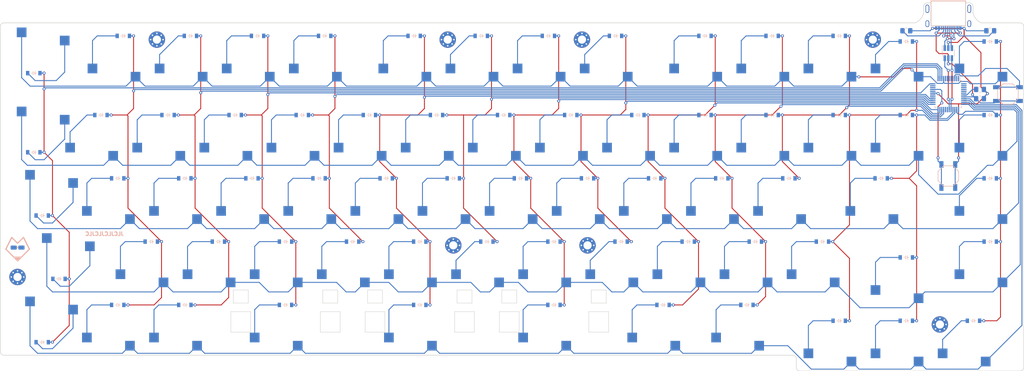
<source format=kicad_pcb>
(kicad_pcb (version 20221018) (generator pcbnew)
  (title_block (title "crimes") (rev "v1.0.0") (company "Unknown"))
  (layers (0 "F.Cu" signal) (31 "B.Cu" signal) (34 "B.Paste" user) (35 "F.Paste" user) (36 "B.SilkS" user "B.Silkscreen") (37 "F.SilkS" user "F.Silkscreen") (38 "B.Mask" user) (39 "F.Mask" user) (44 "Edge.Cuts" user))
  (net 0 "")
  (net 1 "P16")
  (net 2 "P17")
  (net 3 "RST")
  (net 4 "P30")
  (net 5 "P45")
  (net 6 "P44")
  (net 7 "P31")
  (net 8 "P32")
  (net 9 "row1")
  (net 10 "col1")
  (net 11 "col2")
  (net 12 "col3")
  (net 13 "col4")
  (net 14 "P43")
  (net 15 "P42")
  (net 16 "BOOT")
  (net 17 "P47")
  (net 18 "GND")
  (net 19 "P41")
  (net 20 "P40")
  (net 21 "col5")
  (net 22 "col6")
  (net 23 "col7")
  (net 24 "col8")
  (net 25 "col9")
  (net 26 "col10")
  (net 27 "col11")
  (net 28 "col12")
  (net 29 "P55")
  (net 30 "P54")
  (net 31 "DPLUSOUT")
  (net 32 "DNEGOUT")
  (net 33 "col13")
  (net 34 "col14")
  (net 35 "col15")
  (net 36 "P04")
  (net 37 "row2")
  (net 38 "row3")
  (net 39 "row4")
  (net 40 "row5")
  (net 41 "VBUS")
  (net 42 "V33")
  (net 43 "P10")
  (net 44 "P11")
  (net 45 "P12")
  (net 46 "P13")
  (net 47 "P14")
  (net 48 "P15")
  (net 49 "DPLUSIN")
  (net 50 "DNEGIN")
  (net 51 "SBU2")
  (net 52 "CC1")
  (net 53 "SBU1")
  (net 54 "CC2")
  (net 55 "num_escape")
  (net 56 "num_one")
  (net 57 "num_two")
  (net 58 "num_three")
  (net 59 "num_four")
  (net 60 "num_five")
  (net 61 "num_six")
  (net 62 "num_seven")
  (net 63 "num_eight")
  (net 64 "num_nine")
  (net 65 "num_zero")
  (net 66 "num_dash")
  (net 67 "num_equals")
  (net 68 "num_backspace")
  (net 69 "top_escape")
  (net 70 "top_one")
  (net 71 "top_two")
  (net 72 "top_three")
  (net 73 "top_four")
  (net 74 "top_five")
  (net 75 "top_six")
  (net 76 "top_seven")
  (net 77 "top_eight")
  (net 78 "top_nine")
  (net 79 "top_zero")
  (net 80 "top_dash")
  (net 81 "top_equals")
  (net 82 "top_backspace")
  (net 83 "top_special")
  (net 84 "home_one")
  (net 85 "home_two")
  (net 86 "home_three")
  (net 87 "home_four")
  (net 88 "home_five")
  (net 89 "home_six")
  (net 90 "home_seven")
  (net 91 "home_eight")
  (net 92 "home_nine")
  (net 93 "home_zero")
  (net 94 "home_dash")
  (net 95 "home_special")
  (net 96 "bottom_one")
  (net 97 "bottom_two")
  (net 98 "bottom_three")
  (net 99 "bottom_four")
  (net 100 "bottom_five")
  (net 101 "bottom_six")
  (net 102 "bottom_seven")
  (net 103 "bottom_eight")
  (net 104 "bottom_nine")
  (net 105 "bottom_zero")
  (net 106 "bottom_equals")
  (net 107 "bottom_backspace")
  (net 108 "bottom_special")
  (net 109 "mod_one")
  (net 110 "mod_two")
  (net 111 "mod_equals")
  (net 112 "mod_backspace")
  (net 113 "mod_special")
  (net 114 "home_escape")
  (net 115 "mod_escape")
  (net 116 "mod_nine")
  (net 117 "mod_zero")
  (net 118 "home_backspace")
  (net 119 "bottom_escape")
  (net 120 "mod_three")
  (net 121 "mod_five")
  (net 122 "mod_seven")
  (footprint "E73:SW_TACT_ALPS_SKQGABE010" (layer "F.Cu") (at 320.25 132.625 90)
    (fp_text reference "B1" hide)
    (fp_text value "" hide)
  )
  (footprint "ComboDiode" (layer "F.Cu") (at 331.5 96.5 180)
    (fp_text reference "D68" hide)
    (fp_text value "" hide)
  )
  (footprint "ComboDiode" (layer "F.Cu") (at 291 171.5 180)
    (fp_text reference "D59" hide)
    (fp_text value "" hide)
  )
  (footprint "ComboDiode" (layer "F.Cu") (at 99 95 180)
    (fp_text reference "D1" hide)
    (fp_text value "" hide)
  )
  (footprint "ComboDiode" (layer "F.Cu") (at 213 95 180)
    (fp_text reference "D7" hide)
    (fp_text value "" hide)
  )
  (footprint "ComboDiode" (layer "F.Cu") (at 124.5 150.25 180)
    (fp_text reference "D40" hide)
    (fp_text value "" hide)
  )
  (footprint "PG1350" (layer "F.Cu") (at 129 121.25 180)
    (fp_text reference "S18" hide)
    (fp_text value "" hide)
  )
  (footprint "PG1350" (layer "F.Cu") (at 147 121.25 180)
    (fp_text reference "S19" hide)
    (fp_text value "" hide)
  )
  (footprint "PG1350" (layer "F.Cu") (at 135 100 180)
    (fp_text reference "S4" hide)
    (fp_text value "" hide)
  )
  (footprint "PG1350" (layer "F.Cu") (at 309 159.5 180)
    (fp_text reference "S53" hide)
    (fp_text value "" hide)
  )
  (footprint "PG1350" (layer "F.Cu") (at 273 121.25 180)
    (fp_text reference "S26" hide)
    (fp_text value "" hide)
  )
  (footprint "MountingHole_2.2mm_M2_Pad_Via" (layer "F.Cu") (at 300 96 -90)
    (fp_text reference "_7" hide)
    (fp_text value "")
  )
  (footprint "PG1350" (layer "F.Cu") (at 115.5 172.25 180)
    (fp_text reference "S56" hide)
    (fp_text value "" hide)
  )
  (footprint "PG1350" (layer "F.Cu") (at 237 121.25 180)
    (fp_text reference "S24" hide)
    (fp_text value "" hide)
  )
  (footprint "PG1350" (layer "F.Cu") (at 243.75 172.25 180)
    (fp_text reference "S62" hide)
    (fp_text value "" hide)
  )
  (footprint "PG1350" (layer "F.Cu") (at 77.25 138.25)
    (fp_text reference "S60" hide)
    (fp_text value "" hide)
  )
  (footprint "PG1350" (layer "F.Cu") (at 291 100 180)
    (fp_text reference "S12" hide)
    (fp_text value "" hide)
  )
  (footprint "MountingHole_2.2mm_M2_Pad_Via" (layer "F.Cu") (at 222 96 -90)
    (fp_text reference "_3" hide)
    (fp_text value "")
  )
  (footprint "ComboDiode" (layer "F.Cu") (at 309 154.5 180)
    (fp_text reference "D50" hide)
    (fp_text value "" hide)
  )
  (footprint "ComboDiode" (layer "F.Cu") (at 75 105 180)
    (fp_text reference "D62" hide)
    (fp_text value "" hide)
  )
  (footprint "PG1350" (layer "F.Cu") (at 115.5 138.25 180)
    (fp_text reference "S31" hide)
    (fp_text value "" hide)
  )
  (footprint "ComboDiode" (layer "F.Cu") (at 266.25 167.25 180)
    (fp_text reference "D58" hide)
    (fp_text value "" hide)
  )
  (footprint "ComboDiode" (layer "F.Cu") (at 291 95 180)
    (fp_text reference "D11" hide)
    (fp_text value "" hide)
  )
  (footprint "PG1350" (layer "F.Cu") (at 142.5 155.25 180)
    (fp_text reference "S44" hide)
    (fp_text value "" hide)
  )
  (footprint "PG1350" (layer "F.Cu") (at 255 121.25 180)
    (fp_text reference "S25" hide)
    (fp_text value "" hide)
  )
  (footprint "PG1350" (layer "F.Cu") (at 77.25 172.25)
    (fp_text reference "S61" hide)
    (fp_text value "" hide)
  )
  (footprint "ComboDiode" (layer "F.Cu") (at 77.25 143.25 180)
    (fp_text reference "D64" hide)
    (fp_text value "" hide)
  )
  (footprint "ComboDiode" (layer "F.Cu") (at 111 116.25 180)
    (fp_text reference "D13" hide)
    (fp_text value "" hide)
  )
  (footprint "PG1350" (layer "F.Cu") (at 93 121.25 180)
    (fp_text reference "S16" hide)
    (fp_text value "" hide)
  )
  (footprint "ComboDiode" (layer "F.Cu") (at 291 116.25 180)
    (fp_text reference "D23" hide)
    (fp_text value "" hide)
  )
  (footprint "PG1350" (layer "F.Cu") (at 268.5 155.25 180)
    (fp_text reference "S51" hide)
    (fp_text value "" hide)
  )
  (footprint "ComboDiode" (layer "F.Cu") (at 327 171.5 180)
    (fp_text reference "D61" hide)
    (fp_text value "" hide)
  )
  (footprint "PG1350" (layer "F.Cu") (at 169.5 138.25 180)
    (fp_text reference "S34" hide)
    (fp_text value "" hide)
  )
  (footprint "ComboDiode" (layer "F.Cu") (at 231 95 180)
    (fp_text reference "D8" hide)
    (fp_text value "" hide)
  )
  (footprint "PG1350" (layer "F.Cu") (at 153 100 180)
    (fp_text reference "S5" hide)
    (fp_text value "" hide)
  )
  (footprint "ComboDiode" (layer "F.Cu") (at 81.75 160.25 180)
    (fp_text reference "D65" hide)
    (fp_text value "" hide)
  )
  (footprint "ComboDiode" (layer "F.Cu") (at 142.5 150.25 180)
    (fp_text reference "D41" hide)
    (fp_text value "" hide)
  )
  (footprint "PG1350" (layer "F.Cu") (at 151.5 138.25 180)
    (fp_text reference "S33" hide)
    (fp_text value "" hide)
  )
  (footprint "ComboDiode" (layer "F.Cu") (at 135 95 180)
    (fp_text reference "D3" hide)
    (fp_text value "" hide)
  )
  (footprint "ComboDiode" (layer "F.Cu") (at 232.5 150.25 180)
    (fp_text reference "D46" hide)
    (fp_text value "" hide)
  )
  (footprint "PG1350" (layer "F.Cu") (at 223.5 138.25 180)
    (fp_text reference "S37" hide)
    (fp_text value "" hide)
  )
  (footprint "ComboDiode" (layer "F.Cu") (at 177 95 180)
    (fp_text reference "D5" hide)
    (fp_text value "" hide)
  )
  (footprint "PG1350" (layer "F.Cu") (at 309 176.5 180)
    (fp_text reference "S58" hide)
    (fp_text value "" hide)
  )
  (footprint "PG1350" (layer "F.Cu") (at 331.5 138.25 180)
    (fp_text reference "S41" hide)
    (fp_text value "" hide)
  )
  (footprint "PG1350" (layer "F.Cu") (at 309 121.25 180)
    (fp_text reference "S28" hide)
    (fp_text value "" hide)
  )
  (footprint "ComboDiode" (layer "F.Cu") (at 115.5 133.25 180)
    (fp_text reference "D27" hide)
    (fp_text value "" hide)
  )
  (footprint "PG1350" (layer "F.Cu") (at 291 176.5 180)
    (fp_text reference "S57" hide)
    (fp_text value "" hide)
  )
  (footprint "MountingHole_2.2mm_M2_Pad_Via" (layer "F.Cu") (at 108 96 -90)
    (fp_text reference "_1" hide)
    (fp_text value "")
  )
  (footprint "PG1350" (layer "F.Cu") (at 201 121.25 180)
    (fp_text reference "S22" hide)
    (fp_text value "" hide)
  )
  (footprint "PG1350" (layer "F.Cu") (at 309 100 180)
    (fp_text reference "S13" hide)
    (fp_text value "" hide)
  )
  (footprint "ComboDiode" (layer "F.Cu") (at 153 95 180)
    (fp_text reference "D4" hide)
    (fp_text value "" hide)
  )
  (footprint "ComboDiode" (layer "F.Cu") (at 223.5 133.25 180)
    (fp_text reference "D33" hide)
    (fp_text value "" hide)
  )
  (footprint "ComboDiode" (layer "F.Cu") (at 165 116.25 180)
    (fp_text reference "D16" hide)
    (fp_text value "" hide)
  )
  (footprint "ComboDiode" (layer "F.Cu") (at 273 116.25 180)
    (fp_text reference "D22" hide)
    (fp_text value "" hide)
  )
  (footprint "ComboDiode" (layer "F.Cu") (at 178.5 167.25 180)
    (fp_text reference "D55" hide)
    (fp_text value "" hide)
  )
  (footprint "PG1350" (layer "F.Cu") (at 241.5 138.25 180)
    (fp_text reference "S38" hide)
    (fp_text value "" hide)
  )
  (footprint "ComboDiode" (layer "F.Cu") (at 151.5 133.25 180)
    (fp_text reference "D29" hide)
    (fp_text value "" hide)
  )
  (footprint "PG1350" (layer "F.Cu") (at 195 100 180)
    (fp_text reference "S7" hide)
    (fp_text value "" hide)
  )
  (footprint "PG1350" (layer "F.Cu") (at 219 121.25 180)
    (fp_text reference "S23" hide)
    (fp_text value "" hide)
  )
  (footprint "PG1350" (layer "F.Cu") (at 255 100 180)
    (fp_text reference "S10" hide)
    (fp_text value "" hide)
  )
  (footprint "ComboDiode" (layer "F.Cu") (at 309 116.25 180)
    (fp_text reference "D24" hide)
    (fp_text value "" hide)
  )
  (footprint "ComboDiode" (layer "F.Cu") (at 286.5 150.25 180)
    (fp_text reference "D49" hide)
    (fp_text value "" hide)
  )
  (footprint "MountingHole_2.2mm_M2_Pad_Via" (layer "F.Cu") (at 223.5 151.25 -90)
    (fp_text reference "_6" hide)
    (fp_text value "")
  )
  (footprint "PG1350" (layer "F.Cu") (at 142.5 172.25 180)
    (fp_text reference "S66" hide)
    (fp_text value "" hide)
  )
  (footprint "PG1350" (layer "F.Cu") (at 165 121.25 180)
    (fp_text reference "S20" hide)
    (fp_text value "" hide)
  )
  (footprint "Choc-2u-cutout" (layer "F.Cu") (at 214.5 172.25)
    (fp_text reference "")
    (fp_text value "")
    (fp_line (start -14.65 -3.2) (end -14.65 2.3) (stroke (width 0.12)) (layer "Edge.Cuts"))
    (fp_line (start -14.65 -3.2) (end -9.35 -3.2) (stroke (width 0.12)) (layer "Edge.Cuts"))
    (fp_line (start -14.65 2.3) (end -9.35 2.3) (stroke (width 0.12)) (layer "Edge.Cuts"))
    (fp_line (start -14 -9) (end -14 -5.5) (stroke (width 0.12)) (layer "Edge.Cuts"))
    (fp_line (start -14 -9) (end -10 -9) (stroke (width 0.12)) (layer "Edge.Cuts"))
    (fp_line (start -14 -5.5) (end -10 -5.5) (stroke (width 0.12)) (layer "Edge.Cuts"))
    (fp_line (start -10 -5.5) (end -10 -9) (stroke (width 0.12)) (layer "Edge.Cuts"))
    (fp_line (start -9.35 2.3) (end -9.35 -3.2) (stroke (width 0.12)) (layer "Edge.Cuts"))
    (fp_line (start 9.35 -3.2) (end 9.35 2.3) (stroke (width 0.12)) (layer "Edge.Cuts"))
    (fp_line (start 9.35 -3.2) (end 14.65 -3.2) (stroke (width 0.12)) (layer "Edge.Cuts"))
    (fp_line (start 9.35 2.3) (end 14.65 2.3) (stroke (width 0.12)) (layer "Edge.Cuts"))
    (fp_line (start 10 -9) (end 10 -5.5) (stroke (width 0.12)) (layer "Edge.Cuts"))
    (fp_line (start 10 -9) (end 14 -9) (stroke (width 0.12)) (layer "Edge.Cuts"))
    (fp_line (start 10 -5.5) (end 14 -5.5) (stroke (width 0.12)) (layer "Edge.Cuts"))
    (fp_line (start 14 -5.5) (end 14 -9) (stroke (width 0.12)) (layer "Edge.Cuts"))
    (fp_line (start 14.65 2.3) (end 14.65 -3.2) (stroke (width 0.12)) (layer "Edge.Cuts"))
  )
  (footprint "ComboDiode" (layer "F.Cu") (at 243.75 167.25 180)
    (fp_text reference "D57" hide)
    (fp_text value "" hide)
  )
  (footprint "ComboDiode" (layer "F.Cu") (at 196.5 150.25 180)
    (fp_text reference "D44" hide)
    (fp_text value "" hide)
  )
  (footprint "PG1350" (layer "F.Cu") (at 277.5 138.25 180)
    (fp_text reference "S40" hide)
    (fp_text value "" hide)
  )
  (footprint "ComboDiode" (layer "F.Cu") (at 169.5 133.25 180)
    (fp_text reference "D30" hide)
    (fp_text value "" hide)
  )
  (footprint "Choc-2u-cutout" (layer "F.Cu") (at 142.5 172.25)
    (fp_text reference "")
    (fp_text value "")
    (fp_line (start -14.65 -3.2) (end -14.65 2.3) (stroke (width 0.12)) (layer "Edge.Cuts"))
    (fp_line (start -14.65 -3.2) (end -9.35 -3.2) (stroke (width 0.12)) (layer "Edge.Cuts"))
    (fp_line (start -14.65 2.3) (end -9.35 2.3) (stroke (width 0.12)) (layer "Edge.Cuts"))
    (fp_line (start -14 -9) (end -14 -5.5) (stroke (width 0.12)) (layer "Edge.Cuts"))
    (fp_line (start -14 -9) (end -10 -9) (stroke (width 0.12)) (layer "Edge.Cuts"))
    (fp_line (start -14 -5.5) (end -10 -5.5) (stroke (width 0.12)) (layer "Edge.Cuts"))
    (fp_line (start -10 -5.5) (end -10 -9) (stroke (width 0.12)) (layer "Edge.Cuts"))
    (fp_line (start -9.35 2.3) (end -9.35 -3.2) (stroke (width 0.12)) (layer "Edge.Cuts"))
    (fp_line (start 9.35 -3.2) (end 9.35 2.3) (stroke (width 0.12)) (layer "Edge.Cuts"))
    (fp_line (start 9.35 -3.2) (end 14.65 -3.2) (stroke (width 0.12)) (layer "Edge.Cuts"))
    (fp_line (start 9.35 2.3) (end 14.65 2.3) (stroke (width 0.12)) (layer "Edge.Cuts"))
    (fp_line (start 10 -9) (end 10 -5.5) (stroke (width 0.12)) (layer "Edge.Cuts"))
    (fp_line (start 10 -9) (end 14 -9) (stroke (width 0.12)) (layer "Edge.Cuts"))
    (fp_line (start 10 -5.5) (end 14 -5.5) (stroke (width 0.12)) (layer "Edge.Cuts"))
    (fp_line (start 14 -5.5) (end 14 -9) (stroke (width 0.12)) (layer "Edge.Cuts"))
    (fp_line (start 14.65 2.3) (end 14.65 -3.2) (stroke (width 0.12)) (layer "Edge.Cuts"))
  )
  (footprint "PG1350" (layer "F.Cu") (at 291 121.25 180)
    (fp_text reference "S27" hide)
    (fp_text value "" hide)
  )
  (footprint "PG1350" (layer "F.Cu") (at 117 100 180)
    (fp_text reference "S3" hide)
    (fp_text value "" hide)
  )
  (footprint "PG1350" (layer "F.Cu") (at 259.5 138.25 180)
    (fp_text reference "S39" hide)
    (fp_text value "" hide)
  )
  (footprint "ComboDiode" (layer "F.Cu") (at 187.5 133.25 180)
    (fp_text reference "D31" hide)
    (fp_text value "" hide)
  )
  (footprint "ComboDiode" (layer "F.Cu") (at 77.25 177.25 180)
    (fp_text reference "D66" hide)
    (fp_text value "" hide)
  )
  (footprint "PG1350" (layer "F.Cu") (at 81.75 155.25)
    (fp_text reference "S65" hide)
    (fp_text value "" hide)
  )
  (footprint "PG1350" (layer "F.Cu") (at 331.5 100 180)
    (fp_text reference "S14" hide)
    (fp_text value "" hide)
  )
  (footprint "ComboDiode" (layer "F.Cu") (at 219 116.25 180)
    (fp_text reference "D19" hide)
    (fp_text value "" hide)
  )
  (footprint "PG1350" (layer "F.Cu") (at 286.5 155.25 180)
    (fp_text reference "S52" hide)
    (fp_text value "" hide)
  )
  (footprint "ComboDiode" (layer "F.Cu") (at 115.5 167.25 180)
    (fp_text reference "D53" hide)
    (fp_text value "" hide)
  )
  (footprint "PG1350" (layer "F.Cu") (at 331.5 155.25 180)
    (fp_text reference "S54" hide)
    (fp_text value "" hide)
  )
  (footprint "PG1350" (layer "F.Cu") (at 160.5 155.25 180)
    (fp_text reference "S45" hide)
    (fp_text value "" hide)
  )
  (footprint "ComboDiode" (layer "F.Cu") (at 302.25 133.25 180)
    (fp_text reference "D37" hide)
    (fp_text value "" hide)
  )
  (footprint "ComboDiode" (layer "F.Cu") (at 237 116.25 180)
    (fp_text reference "D20" hide)
    (fp_text value "" hide)
  )
  (footprint "ComboDiode" (layer "F.Cu") (at 117 95 180)
    (fp_text reference "D2" hide)
    (fp_text value "" hide)
  )
  (footprint "PG1350" (layer "F.Cu") (at 99 100 180)
    (fp_text reference "S2" hide)
    (fp_text value "" hide)
  )
  (footprint "ComboDiode" (layer "F.Cu") (at 75 126.25 180)
    (fp_text reference "D63" hide)
    (fp_text value "" hide)
  )
  (footprint "PG1350" (layer "F.Cu") (at 178.5 172.25 180)
    (fp_text reference "S67" hide)
    (fp_text value "" hide)
  )
  (footprint "PG1350" (layer "F.Cu") (at 273 100 180)
    (fp_text reference "S11" hide)
    (fp_text value "" hide)
  )
  (footprint "ComboDiode" (layer "F.Cu") (at 142.5 167.25 180)
    (fp_text reference "D54" hide)
    (fp_text value "" hide)
  )
  (footprint "ComboDiode" (layer "F.Cu") (at 183 116.25 180)
    (fp_text reference "D17" hide)
    (fp_text value "" hide)
  )
  (footprint "ComboDiode" (layer "F.Cu") (at 255 95 180)
    (fp_text reference "D9" hide)
    (fp_text value "" hide)
  )
  (footprint "PG1350" (layer "F.Cu") (at 331.5 121.25 180)
    (fp_text reference "S29" hide)
    (fp_text value "" hide)
  )
  (footprint "ComboDiode" (layer "F.Cu") (at 273 95 180)
    (fp_text reference "D10" hide)
    (fp_text value "" hide)
  )
  (footprint "ComboDiode" (layer "F.Cu") (at 205.5 133.25 180)
    (fp_text reference "D32" hide)
    (fp_text value "" hide)
  )
  (footprint "PG1350" (layer "F.Cu") (at 327 176.5 180)
    (fp_text reference "S59" hide)
    (fp_text value "" hide)
  )
  (footprint "ComboDiode" (layer "F.Cu") (at 195 95 180)
    (fp_text reference "D6" hide)
    (fp_text value "" hide)
  )
  (footprint "PG1350" (layer "F.Cu") (at 124.5 155.25 180)
    (fp_text reference "S43" hide)
    (fp_text value "" hide)
  )
  (footprint "PG1350" (layer "F.Cu") (at 196.5 155.25 180)
    (fp_text reference "S47" hide)
    (fp_text value "" hide)
  )
  (footprint "PG1350" (layer "F.Cu") (at 302.25 138.25 180)
    (fp_text reference "S64" hide)
    (fp_text value "" hide)
  )
  (footprint "ComboDiode" (layer "F.Cu") (at 214.5 150.25 180)
    (fp_text reference "D45" hide)
    (fp_text value "" hide)
  )
  (footprint "MountingHole_2.2mm_M2_Pad_Via" (layer "F.Cu") (at 186 96 -90)
    (fp_text reference "_2" hide)
    (fp_text value "")
  )
  (footprint "ComboDiode" (layer "F.Cu") (at 97.5 167.25 180)
    (fp_text reference "D52" hide)
    (fp_text value "" hide)
  )
  (footprint "PG1350" (layer "F.Cu") (at 232.5 155.25 180)
    (fp_text reference "S49" hide)
    (fp_text value "" hide)
  )
  (footprint "PG1350" (layer "F.Cu") (at 213 100 180)
    (fp_text reference "S8" hide)
    (fp_text value "" hide)
  )
  (footprint "ComboDiode" (layer "F.Cu") (at 97.5 133.25 180)
    (fp_text reference "D26" hide)
    (fp_text value "" hide)
  )
  (footprint "ComboDiode" (layer "F.Cu") (at 331.5 116.25 180)
    (fp_text reference "D25" hide)
    (fp_text value "" hide)
  )
  (footprint "ComboDiode" (layer "F.Cu") (at 241.5 133.25 180)
    (fp_text reference "D34" hide)
    (fp_text value "" hide)
  )
  (footprint "ComboDiode" (layer "F.Cu") (at 178.5 150.25 180)
    (fp_text reference "D43" hide)
    (fp_text value "" hide)
  )
  (footprint "PG1350" (layer "F.Cu") (at 205.5 138.25 180)
    (fp_text reference "S36" hide)
    (fp_text value "" hide)
  )
  (footprint "PG1350" (layer "F.Cu") (at 177 100 180)
    (fp_text reference "S6" hide)
    (fp_text value "" hide)
  )
  (footprint "ComboDiode" (layer "F.Cu") (at 277.5 133.25 180)
    (fp_text reference "D36" hide)
    (fp_text value "" hide)
  )
  (footprint "ComboDiode" (layer "F.Cu") (at 268.5 150.25 180)
    (fp_text reference "D48" hide)
    (fp_text value "" hide)
  )
  (footprint "PG1350" (layer "F.Cu") (at 133.5 138.25 180)
    (fp_text reference "S32" hide)
    (fp_text value "" hide)
  )
  (footprint "MountingHole_2.2mm_M2_Pad_Via" (layer "F.Cu") (at 70.625 159.75 90)
    (fp_text reference "_4" hide)
    (fp_text value "")
  )
  (footprint "ComboDiode" (layer "F.Cu") (at 259.5 133.25 180)
    (fp_text reference "D35" hide)
    (fp_text value "" hide)
  )
  (footprint "E73:SW_TACT_ALPS_SKQGABE010" (layer "F.Cu") (at 336.25 110.625)
    (fp_text reference "B2" hide)
    (fp_text value "" hide)
  )
  (footprint "ComboDiode" (layer "F.Cu") (at 255 116.25 180)
    (fp_text reference "D21" hide)
    (fp_text value "" hide)
  )
  (footprint "MountingHole_2.2mm_M2_Pad_Via" (layer "F.Cu") (at 318 172.5 -90)
    (fp_text reference "_8" hide)
    (fp_text value "")
  )
  (footprint "PG1350" (layer "F.Cu") (at 75 100)
    (fp_text reference "S1" hide)
    (fp_text value "" hide)
  )
  (footprint "ComboDiode" (layer "F.Cu") (at 309 171.5 180)
    (fp_text reference "D60" hide)
    (fp_text value "" hide)
  )
  (footprint "ComboDiode" (layer "F.Cu") (at 214.5 167.25 180)
    (fp_text reference "D56" hide)
    (fp_text value "" hide)
  )
  (footprint "ComboDiode" (layer "F.Cu") (at 250.5 150.25 180)
    (fp_text reference "D47" hide)
    (fp_text value "" hide)
  )
  (footprint "ComboDiode" (layer "F.Cu") (at 129 116.25 180)
    (fp_text reference "D14" hide)
    (fp_text value "" hide)
  )
  (footprint "ComboDiode" (layer "F.Cu") (at 201 116.25 180)
    (fp_text reference "D18" hide)
    (fp_text value "" hide)
  )
  (footprint "PG1350" (layer "F.Cu") (at 75 121.25)
    (fp_text reference "S15" hide)
    (fp_text value "" hide)
  )
  (footprint "ComboDiode" (layer "F.Cu") (at 160.5 150.25 180)
    (fp_text reference "D42" hide)
    (fp_text value "" hide)
  )
  (footprint "PG1350" (layer "F.Cu") (at 214.5 155.25 180)
    (fp_text reference "S48" hide)
    (fp_text value "" hide)
  )
  (footprint "ComboDiode" (layer "F.Cu") (at 309 96.5 180)
    (fp_text reference "D67" hide)
    (fp_text value "" hide)
  )
  (footprint "PG1350" (layer "F.Cu") (at 187.5 138.25 180)
    (fp_text reference "S35" hide)
    (fp_text value "" hide)
  )
  (footprint "ComboDiode" (layer "F.Cu") (at 133.5 133.25 180)
    (fp_text reference "D28" hide)
    (fp_text value "" hide)
  )
  (footprint "MountingHole_2.2mm_M2_Pad_Via" (layer "F.Cu") (at 187.5 151.25 -90)
    (fp_text reference "_5" hide)
    (fp_text value "")
  )
  (footprint "PG1350" (layer "F.Cu") (at 97.5 138.25 180)
    (fp_text reference "S30" hide)
    (fp_text value "" hide)
  )
  (footprint "PG1350" (layer "F.Cu") (at 178.5 155.25 180)
    (fp_text reference "S46" hide)
    (fp_text value "" hide)
  )
  (footprint "ComboDiode" (layer "F.Cu") (at 106.5 150.25 180)
    (fp_text reference "D39" hide)
    (fp_text value "" hide)
  )
  (footprint "PG1350" (layer "F.Cu") (at 183 121.25 180)
    (fp_text reference "S21" hide)
    (fp_text value "" hide)
  )
  (footprint "ComboDiode" (layer "F.Cu") (at 331.5 150.25 180)
    (fp_text reference "D51" hide)
    (fp_text value "" hide)
  )
  (footprint "PG1350" (layer "F.Cu") (at 231 100 180)
    (fp_text reference "S9" hide)
    (fp_text value "" hide)
  )
  (footprint "ComboDiode" (layer "F.Cu") (at 147 116.25 180)
    (fp_text reference "D15" hide)
    (fp_text value "" hide)
  )
  (footprint "ComboDiode" (layer "F.Cu") (at 93 116.25 180)
    (fp_text reference "D12" hide)
    (fp_text value "" hide)
  )
  (footprint "Choc-2u-cutout" (layer "F.Cu") (at 178.5 172.25)
    (fp_text reference "")
    (fp_text value "")
    (fp_line (start -14.65 -3.2) (end -14.65 2.3) (stroke (width 0.12)) (layer "Edge.Cuts"))
    (fp_line (start -14.65 -3.2) (end -9.35 -3.2) (stroke (width 0.12)) (layer "Edge.Cuts"))
    (fp_line (start -14.65 2.3) (end -9.35 2.3) (stroke (width 0.12)) (layer "Edge.Cuts"))
    (fp_line (start -14 -9) (end -14 -5.5) (stroke (width 0.12)) (layer "Edge.Cuts"))
    (fp_line (start -14 -9) (end -10 -9) (stroke (width 0.12)) (layer "Edge.Cuts"))
    (fp_line (start -14 -5.5) (end -10 -5.5) (stroke (width 0.12)) (layer "Edge.Cuts"))
    (fp_line (start -10 -5.5) (end -10 -9) (stroke (width 0.12)) (layer "Edge.Cuts"))
    (fp_line (start -9.35 2.3) (end -9.35 -3.2) (stroke (width 0.12)) (layer "Edge.Cuts"))
    (fp_line (start 9.35 -3.2) (end 9.35 2.3) (stroke (width 0.12)) (layer "Edge.Cuts"))
    (fp_line (start 9.35 -3.2) (end 14.65 -3.2) (stroke (width 0.12)) (layer "Edge.Cuts"))
    (fp_line (start 9.35 2.3) (end 14.65 2.3) (stroke (width 0.12)) (layer "Edge.Cuts"))
    (fp_line (start 10 -9) (end 10 -5.5) (stroke (width 0.12)) (layer "Edge.Cuts"))
    (fp_line (start 10 -9) (end 14 -9) (stroke (width 0.12)) (layer "Edge.Cuts"))
    (fp_line (start 10 -5.5) (end 14 -5.5) (stroke (width 0.12)) (layer "Edge.Cuts"))
    (fp_line (start 14 -5.5) (end 14 -9) (stroke (width 0.12)) (layer "Edge.Cuts"))
    (fp_line (start 14.65 2.3) (end 14.65 -3.2) (stroke (width 0.12)) (layer "Edge.Cuts"))
  )
  (footprint "PG1350" (layer "F.Cu") (at 97.5 172.25 180)
    (fp_text reference "S55" hide)
    (fp_text value "" hide)
  )
  (footprint "PG1350" (layer "F.Cu") (at 266.25 172.25 180)
    (fp_text reference "S63" hide)
    (fp_text value "" hide)
  )
  (footprint "ComboDiode" (layer "F.Cu") (at 331.5 133.25 180)
    (fp_text reference "D38" hide)
    (fp_text value "" hide)
  )
  (footprint "PG1350" (layer "F.Cu") (at 250.5 155.25 180)
    (fp_text reference "S50" hide)
    (fp_text value "" hide)
  )
  (footprint "PG1350" (layer "F.Cu") (at 111 121.25 180)
    (fp_text reference "S17" hide)
    (fp_text value "" hide)
  )
  (footprint "PG1350" (layer "F.Cu") (at 214.5 172.25 180)
    (fp_text reference "S68" hide)
    (fp_text value "" hide)
  )
  (footprint "PG1350" (layer "F.Cu") (at 106.5 155.25 180)
    (fp_text reference "S42" hide)
    (fp_text value "" hide)
  )
  (footprint "C_0805_2012Metric_Pad1.18x1.45mm_HandSolder" (layer "B.Cu") (at 331.5 93.625)
    (fp_text reference "")
    (fp_text value "")
  )
  (footprint "C_0805_2012Metric_Pad1.18x1.45mm_HandSolder" (layer "B.Cu") (at 328.75 109.375 180)
    (fp_text reference "")
    (fp_text value "")
  )
  (footprint "USB-C-12-Pin-MidMount" (layer "B.Cu") (at 320.25 85.625)
    (fp_text reference "")
    (fp_text value "")
  )
  (footprint "SOT-23-6_Handsoldering" (layer "B.Cu") (at 320.25 99.625 90)
    (fp_text reference "")
    (fp_text value "")
  )
  (footprint "C_0805_2012Metric_Pad1.18x1.45mm_HandSolder" (layer "B.Cu") (at 309 93.625 180)
    (fp_text reference "")
    (fp_text value "")
  )
  (footprint "LQFP-48_7x7mm_P0.5mm" (layer "B.Cu") (at 320.25 110.625 90)
    (fp_text reference "MCU1" hide)
    (fp_text value "" hide)
  )
  (footprint "C_0805_2012Metric_Pad1.18x1.45mm_HandSolder" (layer "B.Cu") (at 328.75 111.875 180)
    (fp_text reference "")
    (fp_text value "")
  )
  (gr_poly (pts (xy 70.211822 151.2975) (xy 70.222941 151.298345) (xy 70.233897 151.299738) (xy 70.244679 151.301663) (xy 70.255271 151.304107) (xy 70.265659 151.307058) (xy 70.275832 151.310499) (xy 70.285773 151.314419) (xy 70.295471 151.318804) (xy 70.30491 151.323638) (xy 70.314078 151.32891) (xy 70.32296 151.334604) (xy 70.331543 151.340708) (xy 70.339813 151.347207) (xy 70.347756 151.354088) (xy 70.355358 151.361337) (xy 70.362607 151.36894) (xy 70.369487 151.376884) (xy 70.375986 151.385154) (xy 70.382089 151.393737) (xy 70.387783 151.40262) (xy 70.393054 151.411788) (xy 70.397888 151.421227) (xy 70.402272 151.430925) (xy 70.406191 151.440867) (xy 70.409633 151.451039) (xy 70.412583 151.461428) (xy 70.415027 151.472019) (xy 70.416952 151.4828) (xy 70.418344 151.493757) (xy 70.419189 151.504875) (xy 70.419474 151.51614) (xy 70.419474 152.172909) (xy 70.419189 152.184175) (xy 70.418344 152.195292) (xy 70.416952 152.206248) (xy 70.415027 152.217028) (xy 70.412583 152.227619) (xy 70.409633 152.238008) (xy 70.406191 152.248179) (xy 70.402272 152.258121) (xy 70.397888 152.267818) (xy 70.393054 152.277257) (xy 70.387783 152.286425) (xy 70.382089 152.295307) (xy 70.375986 152.30389) (xy 70.369487 152.31216) (xy 70.362607 152.320104) (xy 70.355358 152.327707) (xy 70.347756 152.334955) (xy 70.339813 152.341836) (xy 70.331543 152.348335) (xy 70.32296 152.354439) (xy 70.314078 152.360133) (xy 70.30491 152.365405) (xy 70.295471 152.370239) (xy 70.285773 152.374623) (xy 70.275832 152.378543) (xy 70.265659 152.381985) (xy 70.255271 152.384935) (xy 70.244679 152.38738) (xy 70.233897 152.389305) (xy 70.222941 152.390697) (xy 70.211822 152.391543) (xy 70.200556 152.391828) (xy 68.996491 152.391828) (xy 68.985225 152.391543) (xy 68.974106 152.390697) (xy 68.96315 152.389305) (xy 68.952368 152.38738) (xy 68.941776 152.384935) (xy 68.931387 152.381985) (xy 68.921214 152.378543) (xy 68.911272 152.374623) (xy 68.901574 152.370239) (xy 68.892134 152.365405) (xy 68.882966 152.360133) (xy 68.874083 152.354439) (xy 68.865499 152.348335) (xy 68.857229 152.341836) (xy 68.849285 152.334955) (xy 68.841682 152.327707) (xy 68.834433 152.320104) (xy 68.827552 152.31216) (xy 68.821052 152.30389) (xy 68.814948 152.295307) (xy 68.809254 152.286425) (xy 68.803982 152.277257) (xy 68.799147 152.267818) (xy 68.794763 152.258121) (xy 68.790843 152.248179) (xy 68.787401 152.238008) (xy 68.784451 152.227619) (xy 68.782007 152.217028) (xy 68.780081 152.206248) (xy 68.778689 152.195292) (xy 68.777844 152.184175) (xy 68.777559 152.172909) (xy 68.777559 151.51614) (xy 68.777844 151.504875) (xy 68.778689 151.493757) (xy 68.780081 151.4828) (xy 68.782007 151.472019) (xy 68.784451 151.461428) (xy 68.787401 151.451039) (xy 68.790843 151.440867) (xy 68.794763 151.430925) (xy 68.799147 151.421227) (xy 68.803982 151.411788) (xy 68.809254 151.40262) (xy 68.814948 151.393737) (xy 68.821052 151.385154) (xy 68.827552 151.376884) (xy 68.834433 151.36894) (xy 68.841682 151.361337) (xy 68.849285 151.354088) (xy 68.857229 151.347207) (xy 68.865499 151.340708) (xy 68.874083 151.334604) (xy 68.882966 151.32891) (xy 68.892134 151.323638) (xy 68.901574 151.318804) (xy 68.911272 151.314419) (xy 68.921214 151.310499) (xy 68.931387 151.307058) (xy 68.941776 151.304107) (xy 68.952368 151.301663) (xy 68.96315 151.299738) (xy 68.974106 151.298345) (xy 68.985225 151.2975) (xy 68.996491 151.297215) (xy 70.200556 151.297215)) (fill solid) (layer "B.Cu"))
  (gr_poly (pts (xy 72.291444 151.2975) (xy 72.302563 151.298345) (xy 72.313519 151.299738) (xy 72.3243 151.301663) (xy 72.334892 151.304107) (xy 72.345281 151.307058) (xy 72.355453 151.310499) (xy 72.365395 151.314419) (xy 72.375092 151.318804) (xy 72.384532 151.323638) (xy 72.393699 151.32891) (xy 72.402582 151.334604) (xy 72.411165 151.340708) (xy 72.419434 151.347207) (xy 72.427378 151.354088) (xy 72.43498 151.361337) (xy 72.442229 151.36894) (xy 72.449109 151.376884) (xy 72.455608 151.385154) (xy 72.461711 151.393737) (xy 72.467405 151.40262) (xy 72.472676 151.411788) (xy 72.47751 151.421227) (xy 72.481894 151.430925) (xy 72.485813 151.440867) (xy 72.489255 151.451039) (xy 72.492204 151.461428) (xy 72.494649 151.472019) (xy 72.496574 151.4828) (xy 72.497966 151.493757) (xy 72.498811 151.504875) (xy 72.499096 151.51614) (xy 72.499096 152.172909) (xy 72.498811 152.184175) (xy 72.497966 152.195292) (xy 72.496574 152.206248) (xy 72.494649 152.217028) (xy 72.492204 152.227619) (xy 72.489255 152.238008) (xy 72.485813 152.248179) (xy 72.481894 152.258121) (xy 72.47751 152.267818) (xy 72.472676 152.277257) (xy 72.467405 152.286425) (xy 72.461711 152.295307) (xy 72.455608 152.30389) (xy 72.449109 152.31216) (xy 72.442229 152.320104) (xy 72.43498 152.327707) (xy 72.427378 152.334955) (xy 72.419434 152.341836) (xy 72.411165 152.348335) (xy 72.402582 152.354439) (xy 72.393699 152.360133) (xy 72.384532 152.365405) (xy 72.375092 152.370239) (xy 72.365395 152.374623) (xy 72.355453 152.378543) (xy 72.345281 152.381985) (xy 72.334892 152.384935) (xy 72.3243 152.38738) (xy 72.313519 152.389305) (xy 72.302563 152.390697) (xy 72.291444 152.391543) (xy 72.280178 152.391828) (xy 71.076113 152.391828) (xy 71.064847 152.391543) (xy 71.053728 152.390697) (xy 71.042771 152.389305) (xy 71.03199 152.38738) (xy 71.021398 152.384935) (xy 71.011008 152.381985) (xy 71.000836 152.378543) (xy 70.990894 152.374623) (xy 70.981196 152.370239) (xy 70.971756 152.365405) (xy 70.962588 152.360133) (xy 70.953705 152.354439) (xy 70.945121 152.348335) (xy 70.936851 152.341836) (xy 70.928907 152.334955) (xy 70.921303 152.327707) (xy 70.914054 152.320104) (xy 70.907173 152.31216) (xy 70.900674 152.30389) (xy 70.89457 152.295307) (xy 70.888876 152.286425) (xy 70.883604 152.277257) (xy 70.878769 152.267818) (xy 70.874385 152.258121) (xy 70.870465 152.248179) (xy 70.867023 152.238008) (xy 70.864073 152.227619) (xy 70.861628 152.217028) (xy 70.859703 152.206248) (xy 70.858311 152.195292) (xy 70.857465 152.184175) (xy 70.857181 152.172909) (xy 70.857181 151.51614) (xy 70.857465 151.504875) (xy 70.858311 151.493757) (xy 70.859703 151.4828) (xy 70.861628 151.472019) (xy 70.864073 151.461428) (xy 70.867023 151.451039) (xy 70.870465 151.440867) (xy 70.874385 151.430925) (xy 70.878769 151.421227) (xy 70.883604 151.411788) (xy 70.888876 151.40262) (xy 70.89457 151.393737) (xy 70.900674 151.385154) (xy 70.907173 151.376884) (xy 70.914054 151.36894) (xy 70.921303 151.361337) (xy 70.928907 151.354088) (xy 70.936851 151.347207) (xy 70.945121 151.340708) (xy 70.953705 151.334604) (xy 70.962588 151.32891) (xy 70.971756 151.323638) (xy 70.981196 151.318804) (xy 70.990894 151.314419) (xy 71.000836 151.310499) (xy 71.011008 151.307058) (xy 71.021398 151.304107) (xy 71.03199 151.301663) (xy 71.042771 151.299738) (xy 71.053728 151.298345) (xy 71.064847 151.2975) (xy 71.076113 151.297215) (xy 72.280178 151.297215)) (fill solid) (layer "B.Cu"))
  (gr_poly (pts (xy 72.235725 148.952228) (xy 72.245487 148.952916) (xy 72.255251 148.954194) (xy 72.264923 148.956073) (xy 72.27441 148.958509) (xy 72.283688 148.961488) (xy 72.292736 148.964994) (xy 72.301532 148.969015) (xy 72.310053 148.973533) (xy 72.318279 148.978535) (xy 72.326186 148.984005) (xy 72.333753 148.98993) (xy 72.340958 148.996294) (xy 72.34778 149.003082) (xy 72.354195 149.010279) (xy 72.360183 149.017871) (xy 72.36572 149.025843) (xy 72.370786 149.034181) (xy 72.375358 149.042868) (xy 73.954594 152.200841) (xy 73.960074 152.212828) (xy 73.96451 152.225066) (xy 73.967914 152.237497) (xy 73.970297 152.250064) (xy 73.971672 152.262708) (xy 73.972049 152.275372) (xy 73.971441 152.287996) (xy 73.96986 152.300524) (xy 73.967316 152.312897) (xy 73.963823 152.325057) (xy 73.959392 152.336946) (xy 73.954034 152.348506) (xy 73.947761 152.359679) (xy 73.940585 152.370407) (xy 73.932518 152.380631) (xy 73.923571 152.390295) (xy 70.766082 155.548275) (xy 70.759963 155.554101) (xy 70.753625 155.559551) (xy 70.747081 155.564626) (xy 70.740347 155.569325) (xy 70.733437 155.573647) (xy 70.726365 155.577594) (xy 70.719146 155.581165) (xy 70.711796 155.58436) (xy 70.704328 155.587179) (xy 70.696758 155.589623) (xy 70.689099 155.59169) (xy 70.681367 155.593381) (xy 70.673577 155.594697) (xy 70.665742 155.595637) (xy 70.657878 155.596201) (xy 70.65 155.596389) (xy 70.642121 155.596201) (xy 70.634257 155.595637) (xy 70.626423 155.594697) (xy 70.618632 155.593381) (xy 70.6109 155.59169) (xy 70.603242 155.589623) (xy 70.595671 155.587179) (xy 70.588203 155.58436) (xy 70.580853 155.581165) (xy 70.573635 155.577594) (xy 70.566563 155.573647) (xy 70.559652 155.569325) (xy 70.552918 155.564626) (xy 70.546374 155.559551) (xy 70.540036 155.554101) (xy 70.533918 155.548275) (xy 67.375418 152.390295) (xy 67.370839 152.385537) (xy 67.366483 152.380631) (xy 67.362352 152.375585) (xy 67.358448 152.370407) (xy 67.354771 152.365102) (xy 67.351322 152.359679) (xy 67.345113 152.348506) (xy 67.339832 152.336946) (xy 67.335486 152.325057) (xy 67.332084 152.312897) (xy 67.329635 152.300524) (xy 67.328147 152.287996) (xy 67.327631 152.275372) (xy 67.328094 152.262708) (xy 67.329544 152.250064) (xy 67.331159 152.241776) (xy 67.691661 152.241776) (xy 70.65 155.2) (xy 73.608324 152.241776) (xy 72.184202 149.393437) (xy 70.766082 150.81155) (xy 70.760138 150.817171) (xy 70.753952 150.82247) (xy 70.747536 150.82744) (xy 70.740907 150.832078) (xy 70.734078 150.836376) (xy 70.727065 150.84033) (xy 70.719881 150.843934) (xy 70.712543 150.847182) (xy 70.705063 150.850069) (xy 70.697458 150.852588) (xy 70.689741 150.854736) (xy 70.681927 150.856506) (xy 70.674032 150.857892) (xy 70.666069 150.858888) (xy 70.658053 150.859491) (xy 70.65 150.859693) (xy 70.64178 150.859491) (xy 70.63364 150.858888) (xy 70.625591 150.857892) (xy 70.617644 150.856506) (xy 70.609808 150.854736) (xy 70.602094 150.852588) (xy 70.594512 150.850069) (xy 70.587073 150.847182) (xy 70.579786 150.843934) (xy 70.572662 150.84033) (xy 70.565711 150.836376) (xy 70.558944 150.832078) (xy 70.552371 150.82744) (xy 70.546002 150.82247) (xy 70.539847 150.817171) (xy 70.533918 150.81155) (xy 69.115783 149.393437) (xy 67.691661 152.241776) (xy 67.331159 152.241776) (xy 67.331992 152.237497) (xy 67.333593 152.231261) (xy 67.335446 152.225066) (xy 67.337553 152.218919) (xy 67.339914 152.212828) (xy 67.342531 152.206799) (xy 67.345406 152.200841) (xy 68.923631 149.042868) (xy 68.928378 149.034181) (xy 68.933598 149.025843) (xy 68.939268 149.017871) (xy 68.94537 149.010279) (xy 68.951882 149.003082) (xy 68.958783 148.996294) (xy 68.966055 148.98993) (xy 68.973675 148.984005) (xy 68.981623 148.978535) (xy 68.989879 148.973533) (xy 68.998423 148.969015) (xy 69.007234 148.964994) (xy 69.01629 148.961488) (xy 69.025573 148.958509) (xy 69.035061 148.956073) (xy 69.044734 148.954194) (xy 69.0545 148.952916) (xy 69.064264 148.952228) (xy 69.074002 148.952123) (xy 69.083687 148.952592) (xy 69.093297 148.953628) (xy 69.102805 148.955224) (xy 69.112187 148.957371) (xy 69.121418 148.960062) (xy 69.130473 148.963289) (xy 69.139327 148.967044) (xy 69.147956 148.971319) (xy 69.156334 148.976107) (xy 69.164437 148.9814) (xy 69.17224 148.98719) (xy 69.179718 148.993469) (xy 69.186846 149.00023) (xy 70.65 150.463275) (xy 72.113138 149.00023) (xy 72.120267 148.993469) (xy 72.127745 148.98719) (xy 72.135549 148.9814) (xy 72.143653 148.976107) (xy 72.152032 148.971319) (xy 72.160662 148.967044) (xy 72.169517 148.963289) (xy 72.178573 148.960062) (xy 72.187804 148.957371) (xy 72.197186 148.955224) (xy 72.206695 148.953628) (xy 72.216304 148.952592) (xy 72.225989 148.952123)) (fill solid) (layer "B.SilkS"))
  (gr_poly (pts (xy 70.861674 151.993105) (xy 70.423824 151.993105) (xy 70.423824 151.664721) (xy 70.861674 151.664721)) (fill solid) (layer "B.SilkS"))
  (gr_poly (pts (xy 70.642987 155.550576) (xy 69.384006 154.278183) (xy 71.873947 154.278183)) (fill solid) (layer "B.SilkS"))
  (gr_arc (start 313.625 88.867156) (mid 312.828631 90.428826) (end 311.440969 91.5) (stroke (width 0.15)) (layer "Edge.Cuts"))
  (gr_line (start 278.5 180.75) (end 67 180.75) (stroke (width 0.15)) (layer "Edge.Cuts"))
  (gr_arc (start 340.5 184) (mid 340.207107 184.707107) (end 339.5 185) (stroke (width 0.15)) (layer "Edge.Cuts"))
  (gr_line (start 315.61 86.125) (end 314.625 86.125) (stroke (width 0.15)) (layer "Edge.Cuts"))
  (gr_line (start 313.625 87.125) (end 313.625 88.867157) (stroke (width 0.15)) (layer "Edge.Cuts"))
  (gr_line (start 325.875 86.125) (end 324.89 86.125) (stroke (width 0.15)) (layer "Edge.Cuts"))
  (gr_line (start 315.61 92.285) (end 324.89 92.285) (stroke (width 0.15)) (layer "Edge.Cuts"))
  (gr_line (start 324.89 92.285) (end 324.89 86.125) (stroke (width 0.15)) (layer "Edge.Cuts"))
  (gr_arc (start 329.059032 91.5) (mid 327.67137 90.428827) (end 326.875 88.867157) (stroke (width 0.15)) (layer "Edge.Cuts"))
  (gr_arc (start 280.5 185) (mid 279.792893 184.707107) (end 279.5 184) (stroke (width 0.15)) (layer "Edge.Cuts"))
  (gr_line (start 329.059031 91.5) (end 339.5 91.5) (stroke (width 0.15)) (layer "Edge.Cuts"))
  (gr_line (start 340.5 92.5) (end 340.5 184) (stroke (width 0.15)) (layer "Edge.Cuts"))
  (gr_arc (start 67 180.75) (mid 66.292893 180.457107) (end 66 179.75) (stroke (width 0.15)) (layer "Edge.Cuts"))
  (gr_arc (start 339.5 91.5) (mid 340.207107 91.792893) (end 340.5 92.5) (stroke (width 0.15)) (layer "Edge.Cuts"))
  (gr_line (start 66 179.75) (end 66 92.5) (stroke (width 0.15)) (layer "Edge.Cuts"))
  (gr_arc (start 278.5 180.75) (mid 279.207107 181.042893) (end 279.5 181.75) (stroke (width 0.15)) (layer "Edge.Cuts"))
  (gr_line (start 339.5 185) (end 280.5 185) (stroke (width 0.15)) (layer "Edge.Cuts"))
  (gr_arc (start 66 92.5) (mid 66.292893 91.792893) (end 67 91.5) (stroke (width 0.15)) (layer "Edge.Cuts"))
  (gr_line (start 315.61 86.125) (end 315.61 92.285) (stroke (width 0.15)) (layer "Edge.Cuts"))
  (gr_arc (start 313.625 87.125) (mid 313.917893 86.417893) (end 314.625 86.125) (stroke (width 0.15)) (layer "Edge.Cuts"))
  (gr_line (start 67 91.5) (end 311.440969 91.5) (stroke (width 0.15)) (layer "Edge.Cuts"))
  (gr_line (start 279.5 184) (end 279.5 181.75) (stroke (width 0.15)) (layer "Edge.Cuts"))
  (gr_arc (start 325.875 86.125) (mid 326.582107 86.417893) (end 326.875 87.125) (stroke (width 0.15)) (layer "Edge.Cuts"))
  (gr_line (start 326.875 88.867157) (end 326.875 87.125) (stroke (width 0.15)) (layer "Edge.Cuts"))
  (gr_text "JLCJLCJLCJLC" (at 99.25 148.75) (layer "B.SilkS") (effects (font (size 1 1) (thickness 0.25) bold) (justify left bottom mirror)))
  (segment (start 323.242764 105.4) (end 322.257236 105.4) (width 0.25) (layer "B.Cu") (net 3))
  (segment (start 339.35 108.775) (end 339.35 107.1) (width 0.25) (layer "B.Cu") (net 3))
  (segment (start 333.15 108.775) (end 339.35 108.775) (width 0.25) (layer "B.Cu") (net 3))
  (segment (start 323.592764 105.75) (end 323.242764 105.4) (width 0.25) (layer "B.Cu") (net 3))
  (segment (start 322.257236 105.4) (end 322 105.657236) (width 0.25) (layer "B.Cu") (net 3))
  (segment (start 336 103.75) (end 330.25 103.75) (width 0.25) (layer "B.Cu") (net 3))
  (segment (start 330.25 103.75) (end 328.25 105.75) (width 0.25) (layer "B.Cu") (net 3))
  (segment (start 322 105.657236) (end 322 106.4625) (width 0.25) (layer "B.Cu") (net 3))
  (segment (start 339.35 107.1) (end 336 103.75) (width 0.25) (layer "B.Cu") (net 3))
  (segment (start 328.25 105.75) (end 323.592764 105.75) (width 0.25) (layer "B.Cu") (net 3))
  (segment (start 307.75 103.75) (end 305.5 106) (width 0.25) (layer "F.Cu") (net 9))
  (segment (start 305.5 106) (end 296.25 106) (width 0.25) (layer "F.Cu") (net 9))
  (segment (start 310.125 103.75) (end 307.75 103.75) (width 0.25) (layer "F.Cu") (net 9))
  (segment (start 310.5 104.125) (end 310.125 103.75) (width 0.25) (layer "F.Cu") (net 9))
  (via (at 296.25 106) (size 0.8) (drill 0.4) (layers "F.Cu" "B.Cu") (net 9))
  (via (at 310.5 104.125) (size 0.8) (drill 0.4) (layers "F.Cu" "B.Cu") (net 9))
  (segment (start 319 107.5) (end 319.25 107.75) (width 0.25) (layer "B.Cu") (net 9))
  (segment (start 135.725 108.5) (end 138.275 105.95) (width 0.25) (layer "B.Cu") (net 9))
  (segment (start 182.825 108.5) (end 195.725 108.5) (width 0.25) (layer "B.Cu") (net 9))
  (segment (start 294.275 105.95) (end 296.2 105.95) (width 0.25) (layer "B.Cu") (net 9))
  (segment (start 319 107.5) (end 318.75 107.75) (width 0.25) (layer "B.Cu") (net 9))
  (segment (start 326.075 107.825) (end 332.9 107.825) (width 0.25) (layer "B.Cu") (net 9))
  (segment (start 71.725 106.225) (end 74 108.5) (width 0.25) (layer "B.Cu") (net 9))
  (segment (start 319 106.4625) (end 319 107.5) (width 0.25) (layer "B.Cu") (net 9))
  (segment (start 200.825 108.5) (end 213.725 108.5) (width 0.25) (layer "B.Cu") (net 9))
  (segment (start 138.275 105.95) (end 140.825 108.5) (width 0.25) (layer "B.Cu") (net 9))
  (segment (start 99.725 108.5) (end 102.275 105.95) (width 0.25) (layer "B.Cu") (net 9))
  (segment (start 180.275 105.95) (end 182.825 108.5) (width 0.25) (layer "B.Cu") (net 9))
  (segment (start 323.517764 107.25) (end 325.5 107.25) (width 0.25) (layer "B.Cu") (net 9))
  (segment (start 323.017764 107.75) (end 323.517764 107.25) (width 0.25) (layer "B.Cu") (net 9))
  (segment (start 234.275 105.95) (end 236.825 108.5) (width 0.25) (layer "B.Cu") (net 9))
  (segment (start 177.725 108.5) (end 180.275 105.95) (width 0.25) (layer "B.Cu") (net 9))
  (segment (start 319.25 107.75) (end 323.017764 107.75) (width 0.25) (layer "B.Cu") (net 9))
  (segment (start 260.825 108.5) (end 273.725 108.5) (width 0.25) (layer "B.Cu") (net 9))
  (segment (start 195.725 108.5) (end 198.275 105.95) (width 0.25) (layer "B.Cu") (net 9))
  (segment (start 312.275 105.9) (end 310.5 104.125) (width 0.25) (layer "B.Cu") (net 9))
  (segment (start 312.275 105.95) (end 312.275 105.9) (width 0.25) (layer "B.Cu") (net 9))
  (segment (start 258.275 105.95) (end 260.825 108.5) (width 0.25) (layer "B.Cu") (net 9))
  (segment (start 216.275 105.95) (end 218.825 108.5) (width 0.25) (layer "B.Cu") (net 9))
  (segment (start 117.725 108.5) (end 120.275 105.95) (width 0.25) (layer "B.Cu") (net 9))
  (segment (start 156.275 105.95) (end 158.825 108.5) (width 0.25) (layer "B.Cu") (net 9))
  (segment (start 317.267764 107.75) (end 315.467764 105.95) (width 0.25) (layer "B.Cu") (net 9))
  (segment (start 296.2 105.95) (end 296.25 106) (width 0.25) (layer "B.Cu") (net 9))
  (segment (start 255.725 108.5) (end 258.275 105.95) (width 0.25) (layer "B.Cu") (net 9))
  (segment (start 231.725 108.5) (end 234.275 105.95) (width 0.25) (layer "B.Cu") (net 9))
  (segment (start 325.5 107.25) (end 326.075 107.825) (width 0.25) (layer "B.Cu") (net 9))
  (segment (start 291.725 108.5) (end 294.275 105.95) (width 0.25) (layer "B.Cu") (net 9))
  (segment (start 158.825 108.5) (end 177.725 108.5) (width 0.25) (layer "B.Cu") (net 9))
  (segment (start 213.725 108.5) (end 216.275 105.95) (width 0.25) (layer "B.Cu") (net 9))
  (segment (start 122.825 108.5) (end 135.725 108.5) (width 0.25) (layer "B.Cu") (net 9))
  (segment (start 273.725 108.5) (end 276.275 105.95) (width 0.25) (layer "B.Cu") (net 9))
  (segment (start 120.275 105.95) (end 122.825 108.5) (width 0.25) (layer "B.Cu") (net 9))
  (segment (start 218.825 108.5) (end 231.725 108.5) (width 0.25) (layer "B.Cu") (net 9))
  (segment (start 102.275 105.95) (end 104.825 108.5) (width 0.25) (layer "B.Cu") (net 9))
  (segment (start 140.825 108.5) (end 153.725 108.5) (width 0.25) (layer "B.Cu") (net 9))
  (segment (start 236.825 108.5) (end 255.725 108.5) (width 0.25) (layer "B.Cu") (net 9))
  (segment (start 104.825 108.5) (end 117.725 108.5) (width 0.25) (layer "B.Cu") (net 9))
  (segment (start 278.825 108.5) (end 291.725 108.5) (width 0.25) (layer "B.Cu") (net 9))
  (segment (start 318.75 107.75) (end 317.267764 107.75) (width 0.25) (layer "B.Cu") (net 9))
  (segment (start 332.9 107.825) (end 334.775 105.95) (width 0.25) (layer "B.Cu") (net 9))
  (segment (start 198.275 105.95) (end 200.825 108.5) (width 0.25) (layer "B.Cu") (net 9))
  (segment (start 315.467764 105.95) (end 312.275 105.95) (width 0.25) (layer "B.Cu") (net 9))
  (segment (start 153.725 108.5) (end 156.275 105.95) (width 0.25) (layer "B.Cu") (net 9))
  (segment (start 276.275 105.95) (end 278.825 108.5) (width 0.25) (layer "B.Cu") (net 9))
  (segment (start 74 108.5) (end 99.725 108.5) (width 0.25) (layer "B.Cu") (net 9))
  (segment (start 71.725 94.05) (end 71.725 106.225) (width 0.25) (layer "B.Cu") (net 9))
  (segment (start 84.5 172.75) (end 80 177.25) (width 0.25) (layer "F.Cu") (net 10))
  (segment (start 80 128.5) (end 77.75 126.25) (width 0.25) (layer "F.Cu") (net 10))
  (segment (start 77.75 105) (end 77.75 109.25) (width 0.25) (layer "F.Cu") (net 10))
  (segment (start 84.5 160.25) (end 84.5 172.75) (width 0.25) (layer "F.Cu") (net 10))
  (segment (start 84.5 147.75) (end 80 143.25) (width 0.25) (layer "F.Cu") (net 10))
  (segment (start 80 143.25) (end 80 128.5) (width 0.25) (layer "F.Cu") (net 10))
  (segment (start 84.5 160.25) (end 84.5 147.75) (width 0.25) (layer "F.Cu") (net 10))
  (segment (start 77.75 109.25) (end 77.75 126.25) (width 0.25) (layer "F.Cu") (net 10))
  (via (at 84.5 160.25) (size 0.8) (drill 0.4) (layers "F.Cu" "B.Cu") (net 10))
  (via (at 77.75 105) (size 0.8) (drill 0.4) (layers "F.Cu" "B.Cu") (net 10))
  (via (at 77.75 109.25) (size 0.8) (drill 0.4) (layers "F.Cu" "B.Cu") (net 10))
  (via (at 77.75 126.25) (size 0.8) (drill 0.4) (layers "F.Cu" "B.Cu") (net 10))
  (via (at 80 177.25) (size 0.8) (drill 0.4) (layers "F.Cu" "B.Cu") (net 10))
  (via (at 80 143.25) (size 0.8) (drill 0.4) (layers "F.Cu" "B.Cu") (net 10))
  (segment (start 78.05 108.95) (end 77.75 109.25) (width 0.25) (layer "B.Cu") (net 10))
  (segment (start 317.25 102.5) (end 308.25 102.5) (width 0.25) (layer "B.Cu") (net 10))
  (segment (start 318.5 106.4625) (end 318.5 103.75) (width 0.25) (layer "B.Cu") (net 10))
  (segment (start 76.65 126.25) (end 77.75 126.25) (width 0.25) (layer "B.Cu") (net 10))
  (segment (start 78.9 177.25) (end 80 177.25) (width 0.25) (layer "B.Cu") (net 10))
  (segment (start 83.4 160.25) (end 84.5 160.25) (width 0.25) (layer "B.Cu") (net 10))
  (segment (start 318.5 103.75) (end 317.25 102.5) (width 0.25) (layer "B.Cu") (net 10))
  (segment (start 308.25 102.5) (end 301.8 108.95) (width 0.25) (layer "B.Cu") (net 10))
  (segment (start 78.9 143.25) (end 80 143.25) (width 0.25) (layer "B.Cu") (net 10))
  (segment (start 76.65 105) (end 77.75 105) (width 0.25) (layer "B.Cu") (net 10))
  (segment (start 301.8 108.95) (end 78.05 108.95) (width 0.25) (layer "B.Cu") (net 10))
  (segment (start 100 116.25) (end 95.75 116.25) (width 0.25) (layer "F.Cu") (net 11))
  (segment (start 100.25 133.25) (end 100.25 116.5) (width 0.25) (layer "F.Cu") (net 11))
  (segment (start 100.25 116.5) (end 100 116.25) (width 0.25) (layer "F.Cu") (net 11))
  (segment (start 101.75 95) (end 101.75 109.75) (width 0.25) (layer "F.Cu") (net 11))
  (segment (start 100.25 133.25) (end 100.25 141.25) (width 0.25) (layer "F.Cu") (net 11))
  (segment (start 100.25 141.25) (end 109.25 150.25) (width 0.25) (layer "F.Cu") (net 11))
  (segment (start 109.25 165.25) (end 107.25 167.25) (width 0.25) (layer "F.Cu") (net 11))
  (segment (start 107.25 167.25) (end 100.25 167.25) (width 0.25) (layer "F.Cu") (net 11))
  (segment (start 109.25 150.25) (end 109.25 165.25) (width 0.25) (layer "F.Cu") (net 11))
  (segment (start 101.75 109.75) (end 101.75 114.5) (width 0.25) (layer "F.Cu") (net 11))
  (segment (start 101.75 114.5) (end 100 116.25) (width 0.25) (layer "F.Cu") (net 11))
  (via (at 101.75 109.75) (size 0.8) (drill 0.4) (layers "F.Cu" "B.Cu") (net 11))
  (via (at 109.25 150.25) (size 0.8) (drill 0.4) (layers "F.Cu" "B.Cu") (net 11))
  (via (at 101.75 95) (size 0.8) (drill 0.4) (layers "F.Cu" "B.Cu") (net 11))
  (via (at 95.75 116.25) (size 0.8) (drill 0.4) (layers "F.Cu" "B.Cu") (net 11))
  (via (at 100.25 167.25) (size 0.8) (drill 0.4) (layers "F.Cu" "B.Cu") (net 11))
  (via (at 100.25 133.25) (size 0.8) (drill 0.4) (layers "F.Cu" "B.Cu") (net 11))
  (segment (start 102.1 109.4) (end 101.75 109.75) (width 0.25) (layer "B.Cu") (net 11))
  (segment (start 317.063604 102.95) (end 308.436396 102.95) (width 0.25) (layer "B.Cu") (net 11))
  (segment (start 94.65 116.25) (end 95.75 116.25) (width 0.25) (layer "B.Cu") (net 11))
  (segment (start 318 103.886396) (end 317.063604 102.95) (width 0.25) (layer "B.Cu") (net 11))
  (segment (start 108.15 150.25) (end 109.25 150.25) (width 0.25) (layer "B.Cu") (net 11))
  (segment (start 308.436396 102.95) (end 301.986396 109.4) (width 0.25) (layer "B.Cu") (net 11))
  (segment (start 99.15 133.25) (end 100.25 133.25) (width 0.25) (layer "B.Cu") (net 11))
  (segment (start 318 106.4625) (end 318 103.886396) (width 0.25) (layer "B.Cu") (net 11))
  (segment (start 301.986396 109.4) (end 102.1 109.4) (width 0.25) (layer "B.Cu") (net 11))
  (segment (start 99.15 167.25) (end 100.25 167.25) (width 0.25) (layer "B.Cu") (net 11))
  (segment (start 100.65 95) (end 101.75 95) (width 0.25) (layer "B.Cu") (net 11))
  (segment (start 118 116.25) (end 113.75 116.25) (width 0.25) (layer "F.Cu") (net 12))
  (segment (start 127.25 150.25) (end 127.25 165.25) (width 0.25) (layer "F.Cu") (net 12))
  (segment (start 119.75 114.5) (end 118 116.25) (width 0.25) (layer "F.Cu") (net 12))
  (segment (start 119.75 110.25) (end 119.75 114.5) (width 0.25) (layer "F.Cu") (net 12))
  (segment (start 127.25 165.25) (end 125.25 167.25) (width 0.25) (layer "F.Cu") (net 12))
  (segment (start 119.75 95) (end 119.75 110.25) (width 0.25) (layer "F.Cu") (net 12))
  (segment (start 118.25 141.25) (end 127.25 150.25) (width 0.25) (layer "F.Cu") (net 12))
  (segment (start 118.25 133.25) (end 118.25 141.25) (width 0.25) (layer "F.Cu") (net 12))
  (segment (start 118.25 133.25) (end 118.25 116.5) (width 0.25) (layer "F.Cu") (net 12))
  (segment (start 118.25 116.5) (end 118 116.25) (width 0.25) (layer "F.Cu") (net 12))
  (segment (start 125.25 167.25) (end 118.25 167.25) (width 0.25) (layer "F.Cu") (net 12))
  (via (at 118.25 167.25) (size 0.8) (drill 0.4) (layers "F.Cu" "B.Cu") (net 12))
  (via (at 118.25 133.25) (size 0.8) (drill 0.4) (layers "F.Cu" "B.Cu") (net 12))
  (via (at 127.25 150.25) (size 0.8) (drill 0.4) (layers "F.Cu" "B.Cu") (net 12))
  (via (at 113.75 116.25) (size 0.8) (drill 0.4) (layers "F.Cu" "B.Cu") (net 12))
  (via (at 119.75 110.25) (size 0.8) (drill 0.4) (layers "F.Cu" "B.Cu") (net 12))
  (via (at 119.75 95) (size 0.8) (drill 0.4) (layers "F.Cu" "B.Cu") (net 12))
  (segment (start 120.15 109.85) (end 119.75 110.25) (width 0.25) (layer "B.Cu") (net 12))
  (segment (start 117.15 167.25) (end 118.25 167.25) (width 0.25) (layer "B.Cu") (net 12))
  (segment (start 112.65 116.25) (end 113.75 116.25) (width 0.25) (layer "B.Cu") (net 12))
  (segment (start 308.622792 103.4) (end 302.172792 109.85) (width 0.25) (layer "B.Cu") (net 12))
  (segment (start 302.172792 109.85) (end 120.15 109.85) (width 0.25) (layer "B.Cu") (net 12))
  (segment (start 117.15 133.25) (end 118.25 133.25) (width 0.25) (layer "B.Cu") (net 12))
  (segment (start 317.5 104.022792) (end 316.877208 103.4) (width 0.25) (layer "B.Cu") (net 12))
  (segment (start 126.15 150.25) (end 127.25 150.25) (width 0.25) (layer "B.Cu") (net 12))
  (segment (start 317.5 106.4625) (end 317.5 104.022792) (width 0.25) (layer "B.Cu") (net 12))
  (segment (start 316.877208 103.4) (end 308.622792 103.4) (width 0.25) (layer "B.Cu") (net 12))
  (segment (start 118.65 95) (end 119.75 95) (width 0.25) (layer "B.Cu") (net 12))
  (segment (start 145.25 167.25) (end 145.25 150.25) (width 0.25) (layer "F.Cu") (net 13))
  (segment (start 137.75 114.5) (end 136 116.25) (width 0.25) (layer "F.Cu") (net 13))
  (segment (start 136.25 116.5) (end 136 116.25) (width 0.25) (layer "F.Cu") (net 13))
  (segment (start 137.75 95) (end 137.75 110.75) (width 0.25) (layer "F.Cu") (net 13))
  (segment (start 136 116.25) (end 131.75 116.25) (width 0.25) (layer "F.Cu") (net 13))
  (segment (start 136.25 133.25) (end 136.25 116.5) (width 0.25) (layer "F.Cu") (net 13))
  (segment (start 137.75 110.75) (end 137.75 114.5) (width 0.25) (layer "F.Cu") (net 13))
  (segment (start 136.25 133.25) (end 136.25 141.25) (width 0.25) (layer "F.Cu") (net 13))
  (segment (start 136.25 141.25) (end 145.25 150.25) (width 0.25) (layer "F.Cu") (net 13))
  (via (at 131.75 116.25) (size 0.8) (drill 0.4) (layers "F.Cu" "B.Cu") (net 13))
  (via (at 145.25 150.25) (size 0.8) (drill 0.4) (layers "F.Cu" "B.Cu") (net 13))
  (via (at 137.75 95) (size 0.8) (drill 0.4) (layers "F.Cu" "B.Cu") (net 13))
  (via (at 137.75 110.75) (size 0.8) (drill 0.4) (layers "F.Cu" "B.Cu") (net 13))
  (via (at 145.25 167.25) (size 0.8) (drill 0.4) (layers "F.Cu" "B.Cu") (net 13))
  (via (at 136.25 133.25) (size 0.8) (drill 0.4) (layers "F.Cu" "B.Cu") (net 13))
  (segment (start 137.75 110.75) (end 138.2 110.3) (width 0.25) (layer "B.Cu") (net 13))
  (segment (start 144.15 150.25) (end 145.25 150.25) (width 0.25) (layer "B.Cu") (net 13))
  (segment (start 144.15 167.25) (end 145.25 167.25) (width 0.25) (layer "B.Cu") (net 13))
  (segment (start 315.282236 107.875) (end 316.0875 107.875) (width 0.25) (layer "B.Cu") (net 13))
  (segment (start 136.65 95) (end 137.75 95) (width 0.25) (layer "B.Cu") (net 13))
  (segment (start 312.857236 110.3) (end 315.282236 107.875) (width 0.25) (layer "B.Cu") (net 13))
  (segment (start 138.2 110.3) (end 312.857236 110.3) (width 0.25) (layer "B.Cu") (net 13))
  (segment (start 130.65 116.25) (end 131.75 116.25) (width 0.25) (layer "B.Cu") (net 13))
  (segment (start 135.15 133.25) (end 136.25 133.25) (width 0.25) (layer "B.Cu") (net 13))
  (segment (start 318.5 113) (end 317.5 114) (width 0.25) (layer "F.Cu") (net 16))
  (segment (start 317.5 114) (end 317.5 117.25) (width 0.25) (layer "F.Cu") (net 16))
  (segment (start 317.5 117.25) (end 317.5 127.75) (width 0.25) (layer "F.Cu") (net 16))
  (via (at 318.5 113) (size 0.8) (drill 0.4) (layers "F.Cu" "B.Cu") (net 16))
  (via (at 317.5 127.75) (size 0.8) (drill 0.4) (layers "F.Cu" "B.Cu") (net 16))
  (segment (start 318.125 109.375) (end 318.5 109.75) (width 0.25) (layer "B.Cu") (net 16))
  (segment (start 318.5 109.75) (end 318.5 113) (width 0.25) (layer "B.Cu") (net 16))
  (segment (start 317.5 127.75) (end 317.5 128.625) (width 0.25) (layer "B.Cu") (net 16))
  (segment (start 318.4 129.525) (end 318.4 135.725) (width 0.25) (layer "B.Cu") (net 16))
  (segment (start 317.5 128.625) (end 318.4 129.525) (width 0.25) (layer "B.Cu") (net 16))
  (segment (start 316.0875 109.375) (end 318.125 109.375) (width 0.25) (layer "B.Cu") (net 16))
  (segment (start 324.5 95) (end 324.5 93) (width 0.25) (layer "F.Cu") (net 18))
  (segment (start 329 108.75) (end 329 99.5) (width 0.25) (layer "F.Cu") (net 18))
  (segment (start 322.75 96.75) (end 320.25 96.75) (width 0.25) (layer "F.Cu") (net 18))
  (segment (start 330.75 110.5) (end 328 113.25) (width 0.25) (layer "F.Cu") (net 18))
  (segment (start 324.5 94.75) (end 324.5 93) (width 0.25) (layer "F.Cu") (net 18))
  (segment (start 328 113.25) (end 323 113.25) (width 0.25) (layer "F.Cu") (net 18))
  (segment (start 323 127.75) (end 323 113.25) (width 0.25) (layer "F.Cu") (net 18))
  (segment (start 330.75 110.5) (end 329 108.75) (width 0.25) (layer "F.Cu") (net 18))
  (segment (start 323 113.25) (end 320.25 113.25) (width 0.25) (layer "F.Cu") (net 18))
  (segment (start 329 99.5) (end 324.5 95) (width 0.25) (layer "F.Cu") (net 18))
  (segment (start 320.25 113.25) (end 317.5 110.5) (width 0.25) (layer "F.Cu") (net 18))
  (segment (start 324.5 95) (end 322.75 96.75) (width 0.25) (layer "F.Cu") (net 18))
  (segment (start 324.5 93) (end 316 93) (width 0.25) (layer "F.Cu") (net 18))
  (via (at 330.75 110.5) (size 0.8) (drill 0.4) (layers "F.Cu" "B.Cu") (net 18))
  (via (at 317.5 110.5) (size 0.8) (drill 0.4) (layers "F.Cu" "B.Cu") (net 18))
  (via (at 320.25 96.75) (size 0.8) (drill 0.4) (layers "F.Cu" "B.Cu") (net 18))
  (via (at 316 93) (size 0.8) (drill 0.4) (layers "F.Cu" "B.Cu") (net 18))
  (via (at 323 127.75) (size 0.8) (drill 0.4) (layers "F.Cu" "B.Cu") (net 18))
  (via (at 324.5 93) (size 0.8) (drill 0.4) (layers "F.Cu" "B.Cu") (net 18))
  (segment (start 322.1 129.525) (end 323 128.625) (width 0.25) (layer "B.Cu") (net 18))
  (segment (start 317.375 110.375) (end 316.0875 110.375) (width 0.25) (layer "B.Cu") (net 18))
  (segment (start 330.4625 93.625) (end 325.125 93.625) (width 0.25) (layer "B.Cu") (net 18))
  (segment (start 329.7875 111.4625) (end 330.75 110.5) (width 0.25) (layer "B.Cu") (net 18))
  (segment (start 323 128.25) (end 323 127.75) (width 0.25) (layer "B.Cu") (net 18))
  (segment (start 330.75 110.5) (end 330.75 110.3375) (width 0.25) (layer "B.Cu") (net 18))
  (segment (start 315.375 93.625) (end 316 93) (width 0.25) (layer "B.Cu") (net 18))
  (segment (start 323.475 92.86) (end 324.36 92.86) (width 0.25) (layer "B.Cu") (net 18))
  (segment (start 324.36 92.86) (end 324.5 93) (width 0.25) (layer "B.Cu") (net 18))
  (segment (start 323 128.625) (end 323 128.25) (width 0.25) (layer "B.Cu") (net 18))
  (segment (start 329.7875 111.875) (end 329.7875 111.4625) (width 0.25) (layer "B.Cu") (net 18))
  (segment (start 317.025 92.86) (end 316.14 92.86) (width 0.25) (layer "B.Cu") (net 18))
  (segment (start 322.1 135.725) (end 322.1 129.525) (width 0.25) (layer "B.Cu") (net 18))
  (segment (start 330.75 110.3375) (end 329.7875 109.375) (width 0.25) (layer "B.Cu") (net 18))
  (segment (start 320.25 98.275) (end 320.25 96.75) (width 0.25) (layer "B.Cu") (net 18))
  (segment (start 310.0375 93.625) (end 315.375 93.625) (width 0.25) (layer "B.Cu") (net 18))
  (segment (start 316.14 92.86) (end 316 93) (width 0.25) (layer "B.Cu") (net 18))
  (segment (start 317.5 110.5) (end 317.375 110.375) (width 0.25) (layer "B.Cu") (net 18))
  (segment (start 325.125 93.625) (end 324.5 93) (width 0.25) (layer "B.Cu") (net 18))
  (segment (start 155.75 95) (end 155.75 111.25) (width 0.25) (layer "F.Cu") (net 21))
  (segment (start 154.25 133.25) (end 154.25 141.25) (width 0.25) (layer "F.Cu") (net 21))
  (segment (start 155.75 111.25) (end 155.75 114.5) (width 0.25) (layer "F.Cu") (net 21))
  (segment (start 155.75 114.5) (end 154 116.25) (width 0.25) (layer "F.Cu") (net 21))
  (segment (start 154.25 141.25) (end 163.25 150.25) (width 0.25) (layer "F.Cu") (net 21))
  (segment (start 154.25 116.5) (end 154 116.25) (width 0.25) (layer "F.Cu") (net 21))
  (segment (start 154 116.25) (end 149.75 116.25) (width 0.25) (layer "F.Cu") (net 21))
  (segment (start 154.25 133.25) (end 154.25 116.5) (width 0.25) (layer "F.Cu") (net 21))
  (via (at 155.75 111.25) (size 0.8) (drill 0.4) (layers "F.Cu" "B.Cu") (net 21))
  (via (at 154.25 133.25) (size 0.8) (drill 0.4) (layers "F.Cu" "B.Cu") (net 21))
  (via (at 149.75 116.25) (size 0.8) (drill 0.4) (layers "F.Cu" "B.Cu") (net 21))
  (via (at 163.25 150.25) (size 0.8) (drill 0.4) (layers "F.Cu" "B.Cu") (net 21))
  (via (at 155.75 95) (size 0.8) (drill 0.4) (layers "F.Cu" "B.Cu") (net 21))
  (segment (start 154.65 95) (end 155.75 95) (width 0.25) (layer "B.Cu") (net 21))
  (segment (start 148.65 116.25) (end 149.75 116.25) (width 0.25) (layer "B.Cu") (net 21))
  (segment (start 314.157236 110.75) (end 156.25 110.75) (width 0.25) (layer "B.Cu") (net 21))
  (segment (start 316.0875 111.875) (end 315.282236 111.875) (width 0.25) (layer "B.Cu") (net 21))
  (segment (start 315.282236 111.875) (end 314.453618 111.046382) (width 0.25) (layer "B.Cu") (net 21))
  (segment (start 314.453618 111.046382) (end 314.157236 110.75) (width 0.25) (layer "B.Cu") (net 21))
  (segment (start 153.15 133.25) (end 154.25 133.25) (width 0.25) (layer "B.Cu") (net 21))
  (segment (start 156.25 110.75) (end 155.75 111.25) (width 0.25) (layer "B.Cu") (net 21))
  (segment (start 162.15 150.25) (end 163.25 150.25) (width 0.25) (layer "B.Cu") (net 21))
  (segment (start 172.25 133.25) (end 172.25 141.25) (width 0.25) (layer "F.Cu") (net 22))
  (segment (start 179.75 114.5) (end 178 116.25) (width 0.25) (layer "F.Cu") (net 22))
  (segment (start 172.25 141.25) (end 181.25 150.25) (width 0.25) (layer "F.Cu") (net 22))
  (segment (start 167.75 128.75) (end 172.25 133.25) (width 0.25) (layer "F.Cu") (net 22))
  (segment (start 167.75 116.25) (end 167.75 128.75) (width 0.25) (layer "F.Cu") (net 22))
  (segment (start 181.25 167.25) (end 181.25 150.25) (width 0.25) (layer "F.Cu") (net 22))
  (segment (start 178 116.25) (end 167.75 116.25) (width 0.25) (layer "F.Cu") (net 22))
  (segment (start 179.75 95) (end 179.75 111.5) (width 0.25) (layer "F.Cu") (net 22))
  (segment (start 179.75 111.5) (end 179.75 114.5) (width 0.25) (layer "F.Cu") (net 22))
  (via (at 181.25 167.25) (size 0.8) (drill 0.4) (layers "F.Cu" "B.Cu") (net 22))
  (via (at 181.25 150.25) (size 0.8) (drill 0.4) (layers "F.Cu" "B.Cu") (net 22))
  (via (at 167.75 116.25) (size 0.8) (drill 0.4) (layers "F.Cu" "B.Cu") (net 22))
  (via (at 179.75 111.5) (size 0.8) (drill 0.4) (layers "F.Cu" "B.Cu") (net 22))
  (via (at 179.75 95) (size 0.8) (drill 0.4) (layers "F.Cu" "B.Cu") (net 22))
  (via (at 172.25 133.25) (size 0.8) (drill 0.4) (layers "F.Cu" "B.Cu") (net 22))
  (segment (start 180.05 111.2) (end 179.75 111.5) (width 0.25) (layer "B.Cu") (net 22))
  (segment (start 180.15 150.25) (end 181.25 150.25) (width 0.25) (layer "B.Cu") (net 22))
  (segment (start 171.15 133.25) (end 172.25 133.25) (width 0.25) (layer "B.Cu") (net 22))
  (segment (start 166.65 116.25) (end 167.75 116.25) (width 0.25) (layer "B.Cu") (net 22))
  (segment (start 315.14584 112.375) (end 314.26042 111.48958) (width 0.25) (layer "B.Cu") (net 22))
  (segment (start 180.15 167.25) (end 181.25 167.25) (width 0.25) (layer "B.Cu") (net 22))
  (segment (start 313.97084 111.2) (end 180.05 111.2) (width 0.25) (layer "B.Cu") (net 22))
  (segment (start 316.0875 112.375) (end 315.14584 112.375) (width 0.25) (layer "B.Cu") (net 22))
  (segment (start 178.65 95) (end 179.75 95) (width 0.25) (layer "B.Cu") (net 22))
  (segment (start 314.26042 111.48958) (end 313.97084 111.2) (width 0.25) (layer "B.Cu") (net 22))
  (segment (start 190.25 133.25) (end 190.25 141.25) (width 0.25) (layer "F.Cu") (net 23))
  (segment (start 190.25 116.25) (end 185.75 116.25) (width 0.25) (layer "F.Cu") (net 23))
  (segment (start 197.75 112) (end 197.75 114.5) (width 0.25) (layer "F.Cu") (net 23))
  (segment (start 197.75 114.5) (end 196 116.25) (width 0.25) (layer "F.Cu") (net 23))
  (segment (start 197.75 95) (end 197.75 112) (width 0.25) (layer "F.Cu") (net 23))
  (segment (start 190.25 141.25) (end 199.25 150.25) (width 0.25) (layer "F.Cu") (net 23))
  (segment (start 190.25 133.25) (end 190.25 116.25) (width 0.25) (layer "F.Cu") (net 23))
  (segment (start 196 116.25) (end 190.25 116.25) (width 0.25) (layer "F.Cu") (net 23))
  (via (at 190.25 133.25) (size 0.8) (drill 0.4) (layers "F.Cu" "B.Cu") (net 23))
  (via (at 197.75 95) (size 0.8) (drill 0.4) (layers "F.Cu" "B.Cu") (net 23))
  (via (at 185.75 116.25) (size 0.8) (drill 0.4) (layers "F.Cu" "B.Cu") (net 23))
  (via (at 197.75 112) (size 0.8) (drill 0.4) (layers "F.Cu" "B.Cu") (net 23))
  (via (at 199.25 150.25) (size 0.8) (drill 0.4) (layers "F.Cu" "B.Cu") (net 23))
  (segment (start 189.15 133.25) (end 190.25 133.25) (width 0.25) (layer "B.Cu") (net 23))
  (segment (start 316.0875 112.875) (end 315.009444 112.875) (width 0.25) (layer "B.Cu") (net 23))
  (segment (start 315.009444 112.875) (end 314.192222 112.057778) (width 0.25) (layer "B.Cu") (net 23))
  (segment (start 198.1 111.65) (end 197.75 112) (width 0.25) (layer "B.Cu") (net 23))
  (segment (start 198.15 150.25) (end 199.25 150.25) (width 0.25) (layer "B.Cu") (net 23))
  (segment (start 314.192222 112.057778) (end 313.784444 111.65) (width 0.25) (layer "B.Cu") (net 23))
  (segment (start 184.65 116.25) (end 185.75 116.25) (width 0.25) (layer "B.Cu") (net 23))
  (segment (start 196.65 95) (end 197.75 95) (width 0.25) (layer "B.Cu") (net 23))
  (segment (start 313.784444 111.65) (end 198.1 111.65) (width 0.25) (layer "B.Cu") (net 23))
  (segment (start 203.75 116.25) (end 203.75 128.75) (width 0.25) (layer "F.Cu") (net 24))
  (segment (start 215.75 112.5) (end 215.75 114.5) (width 0.25) (layer "F.Cu") (net 24))
  (segment (start 208.25 141.25) (end 217.25 150.25) (width 0.25) (layer "F.Cu") (net 24))
  (segment (start 217.25 167.25) (end 217.25 150.25) (width 0.25) (layer "F.Cu") (net 24))
  (segment (start 214 116.25) (end 203.75 116.25) (width 0.25) (layer "F.Cu") (net 24))
  (segment (start 215.75 114.5) (end 214 116.25) (width 0.25) (layer "F.Cu") (net 24))
  (segment (start 215.75 95) (end 215.75 112.5) (width 0.25) (layer "F.Cu") (net 24))
  (segment (start 203.75 128.75) (end 208.25 133.25) (width 0.25) (layer "F.Cu") (net 24))
  (segment (start 208.25 133.25) (end 208.25 141.25) (width 0.25) (layer "F.Cu") (net 24))
  (via (at 215.75 95) (size 0.8) (drill 0.4) (layers "F.Cu" "B.Cu") (net 24))
  (via (at 215.75 112.5) (size 0.8) (drill 0.4) (layers "F.Cu" "B.Cu") (net 24))
  (via (at 217.25 150.25) (size 0.8) (drill 0.4) (layers "F.Cu" "B.Cu") (net 24))
  (via (at 217.25 167.25) (size 0.8) (drill 0.4) (layers "F.Cu" "B.Cu") (net 24))
  (via (at 208.25 133.25) (size 0.8) (drill 0.4) (layers "F.Cu" "B.Cu") (net 24))
  (via (at 203.75 116.25) (size 0.8) (drill 0.4) (layers "F.Cu" "B.Cu") (net 24))
  (segment (start 216.15 167.25) (end 217.25 167.25) (width 0.25) (layer "B.Cu") (net 24))
  (segment (start 216.15 112.1) (end 215.75 112.5) (width 0.25) (layer "B.Cu") (net 24))
  (segment (start 207.15 133.25) (end 208.25 133.25) (width 0.25) (layer "B.Cu") (net 24))
  (segment (start 314.873048 113.375) (end 313.749024 112.250976) (width 0.25) (layer "B.Cu") (net 24))
  (segment (start 216.15 150.25) (end 217.25 150.25) (width 0.25) (layer "B.Cu") (net 24))
  (segment (start 214.65 95) (end 215.75 95) (width 0.25) (layer "B.Cu") (net 24))
  (segment (start 313.749024 112.250976) (end 313.598048 112.1) (width 0.25) (layer "B.Cu") (net 24))
  (segment (start 313.598048 112.1) (end 216.15 112.1) (width 0.25) (layer "B.Cu") (net 24))
  (segment (start 202.65 116.25) (end 203.75 116.25) (width 0.25) (layer "B.Cu") (net 24))
  (segment (start 316.0875 113.375) (end 314.873048 113.375) (width 0.25) (layer "B.Cu") (net 24))
  (segment (start 226.25 141.25) (end 235.25 150.25) (width 0.25) (layer "F.Cu") (net 25))
  (segment (start 232.25 116.25) (end 221.75 116.25) (width 0.25) (layer "F.Cu") (net 25))
  (segment (start 221.75 116.25) (end 221.75 128.75) (width 0.25) (layer "F.Cu") (net 25))
  (segment (start 233.75 113) (end 233.75 114.75) (width 0.25) (layer "F.Cu") (net 25))
  (segment (start 233.75 114.75) (end 232.25 116.25) (width 0.25) (layer "F.Cu") (net 25))
  (segment (start 233.75 95) (end 233.75 113) (width 0.25) (layer "F.Cu") (net 25))
  (segment (start 226.25 133.25) (end 226.25 141.25) (width 0.25) (layer "F.Cu") (net 25))
  (segment (start 221.75 128.75) (end 226.25 133.25) (width 0.25) (layer "F.Cu") (net 25))
  (via (at 235.25 150.25) (size 0.8) (drill 0.4) (layers "F.Cu" "B.Cu") (net 25))
  (via (at 226.25 133.25) (size 0.8) (drill 0.4) (layers "F.Cu" "B.Cu") (net 25))
  (via (at 233.75 113) (size 0.8) (drill 0.4) (layers "F.Cu" "B.Cu") (net 25))
  (via (at 221.75 116.25) (size 0.8) (drill 0.4) (layers "F.Cu" "B.Cu") (net 25))
  (via (at 233.75 95) (size 0.8) (drill 0.4) (layers "F.Cu" "B.Cu") (net 25))
  (segment (start 317.5 114.7875) (end 315.649152 114.7875) (width 0.25) (layer "B.Cu") (net 25))
  (segment (start 220.65 116.25) (end 221.75 116.25) (width 0.25) (layer "B.Cu") (net 25))
  (segment (start 225.15 133.25) (end 226.25 133.25) (width 0.25) (layer "B.Cu") (net 25))
  (segment (start 234.2 112.55) (end 233.75 113) (width 0.25) (layer "B.Cu") (net 25))
  (segment (start 234.15 150.25) (end 235.25 150.25) (width 0.25) (layer "B.Cu") (net 25))
  (segment (start 315.649152 114.7875) (end 313.805826 112.944174) (width 0.25) (layer "B.Cu") (net 25))
  (segment (start 313.411652 112.55) (end 234.2 112.55) (width 0.25) (layer "B.Cu") (net 25))
  (segment (start 232.65 95) (end 233.75 95) (width 0.25) (layer "B.Cu") (net 25))
  (segment (start 313.805826 112.944174) (end 313.411652 112.55) (width 0.25) (layer "B.Cu") (net 25))
  (segment (start 239.75 116.25) (end 239.75 128.75) (width 0.25) (layer "F.Cu") (net 26))
  (segment (start 239.75 128.75) (end 244.25 133.25) (width 0.25) (layer "F.Cu") (net 26))
  (segment (start 239.75 116.25) (end 255 116.25) (width 0.25) (layer "F.Cu") (net 26))
  (segment (start 255 116.25) (end 257.625 113.625) (width 0.25) (layer "F.Cu") (net 26))
  (segment (start 257.75 113.5) (end 257.75 112.75) (width 0.25) (layer "F.Cu") (net 26))
  (segment (start 246.5 167.25) (end 249 167.25) (width 0.25) (layer "F.Cu") (net 26))
  (segment (start 244.25 141.25) (end 253.25 150.25) (width 0.25) (layer "F.Cu") (net 26))
  (segment (start 253.25 163) (end 253.25 150.25) (width 0.25) (layer "F.Cu") (net 26))
  (segment (start 257.75 112.75) (end 257.75 95) (width 0.25) (layer "F.Cu") (net 26))
  (segment (start 249 167.25) (end 253.25 163) (width 0.25) (layer "F.Cu") (net 26))
  (segment (start 257.625 113.625) (end 257.75 113.5) (width 0.25) (layer "F.Cu") (net 26))
  (segment (start 244.25 133.25) (end 244.25 141.25) (width 0.25) (layer "F.Cu") (net 26))
  (via (at 253.25 150.25) (size 0.8) (drill 0.4) (layers "F.Cu" "B.Cu") (net 26))
  (via (at 239.75 116.25) (size 0.8) (drill 0.4) (layers "F.Cu" "B.Cu") (net 26))
  (via (at 257.75 95) (size 0.8) (drill 0.4) (layers "F.Cu" "B.Cu") (net 26))
  (via (at 257.625 113.625) (size 0.8) (drill 0.4) (layers "F.Cu" "B.Cu") (net 26))
  (via (at 246.5 167.25) (size 0.8) (drill 0.4) (layers "F.Cu" "B.Cu") (net 26))
  (via (at 244.25 133.25) (size 0.8) (drill 0.4) (layers "F.Cu" "B.Cu") (net 26))
  (segment (start 245.4 167.25) (end 246.5 167.25) (width 0.25) (layer "B.Cu") (net 26))
  (segment (start 252.15 150.25) (end 253.25 150.25) (width 0.25) (layer "B.Cu") (net 26))
  (segment (start 258.25 113) (end 257.625 113.625) (width 0.25) (layer "B.Cu") (net 26))
  (segment (start 313.487628 113.262372) (end 313.225256 113) (width 0.25) (layer "B.Cu") (net 26))
  (segment (start 238.65 116.25) (end 239.75 116.25) (width 0.25) (layer "B.Cu") (net 26))
  (segment (start 317.742764 115.85) (end 316.075256 115.85) (width 0.25) (layer "B.Cu") (net 26))
  (segment (start 318 114.7875) (end 318 115.592764) (width 0.25) (layer "B.Cu") (net 26))
  (segment (start 256.65 95) (end 257.75 95) (width 0.25) (layer "B.Cu") (net 26))
  (segment (start 243.15 133.25) (end 244.25 133.25) (width 0.25) (layer "B.Cu") (net 26))
  (segment (start 318 115.592764) (end 317.742764 115.85) (width 0.25) (layer "B.Cu") (net 26))
  (segment (start 313.225256 113) (end 258.25 113) (width 0.25) (layer "B.Cu") (net 26))
  (segment (start 316.075256 115.85) (end 313.487628 113.262372) (width 0.25) (layer "B.Cu") (net 26))
  (segment (start 257.75 116.25) (end 273 116.25) (width 0.25) (layer "F.Cu") (net 27))
  (segment (start 275.75 113.5) (end 275.375 113.875) (width 0.25) (layer "F.Cu") (net 27))
  (segment (start 271.25 165) (end 269 167.25) (width 0.25) (layer "F.Cu") (net 27))
  (segment (start 262.25 141.25) (end 271.25 150.25) (width 0.25) (layer "F.Cu") (net 27))
  (segment (start 262.25 133.25) (end 262.25 141.25) (width 0.25) (layer "F.Cu") (net 27))
  (segment (start 257.75 128.75) (end 262.25 133.25) (width 0.25) (layer "F.Cu") (net 27))
  (segment (start 275.75 95) (end 275.75 113.5) (width 0.25) (layer "F.Cu") (net 27))
  (segment (start 271.25 150.25) (end 271.25 165) (width 0.25) (layer "F.Cu") (net 27))
  (segment (start 257.75 116.25) (end 257.75 128.75) (width 0.25) (layer "F.Cu") (net 27))
  (segment (start 275.375 113.875) (end 273 116.25) (width 0.25) (layer "F.Cu") (net 27))
  (via (at 275.375 113.875) (size 0.8) (drill 0.4) (layers "F.Cu" "B.Cu") (net 27))
  (via (at 275.75 95) (size 0.8) (drill 0.4) (layers "F.Cu" "B.Cu") (net 27))
  (via (at 257.75 116.25) (size 0.8) (drill 0.4) (layers "F.Cu" "B.Cu") (net 27))
  (via (at 262.25 133.25) (size 0.8) (drill 0.4) (layers "F.Cu" "B.Cu") (net 27))
  (via (at 271.25 150.25) (size 0.8) (drill 0.4) (layers "F.Cu" "B.Cu") (net 27))
  (via (at 269 167.25) (size 0.8) (drill 0.4) (layers "F.Cu" "B.Cu") (net 27))
  (segment (start 270.15 150.25) (end 271.25 150.25) (width 0.25) (layer "B.Cu") (net 27))
  (segment (start 317.92916 116.3) (end 315.88886 116.3) (width 0.25) (layer "B.Cu") (net 27))
  (segment (start 267.9 167.25) (end 269 167.25) (width 0.25) (layer "B.Cu") (net 27))
  (segment (start 313.03886 113.45) (end 275.8 113.45) (width 0.25) (layer "B.Cu") (net 27))
  (segment (start 274.65 95) (end 275.75 95) (width 0.25) (layer "B.Cu") (net 27))
  (segment (start 256.65 116.25) (end 257.75 116.25) (width 0.25) (layer "B.Cu") (net 27))
  (segment (start 275.8 113.45) (end 275.375 113.875) (width 0.25) (layer "B.Cu") (net 27))
  (segment (start 315.88886 116.3) (end 313.03886 113.45) (width 0.25) (layer "B.Cu") (net 27))
  (segment (start 318.5 114.7875) (end 318.5 115.72916) (width 0.25) (layer "B.Cu") (net 27))
  (segment (start 261.15 133.25) (end 262.25 133.25) (width 0.25) (layer "B.Cu") (net 27))
  (segment (start 318.5 115.72916) (end 317.92916 116.3) (width 0.25) (layer "B.Cu") (net 27))
  (segment (start 275.75 116.25) (end 275.75 128.75) (width 0.25) (layer "F.Cu") (net 28))
  (segment (start 293.75 113.5) (end 293 114.25) (width 0.25) (layer "F.Cu") (net 28))
  (segment (start 275.75 128.75) (end 280.25 133.25) (width 0.25) (layer "F.Cu") (net 28))
  (segment (start 293.75 95) (end 293.75 113.5) (width 0.25) (layer "F.Cu") (net 28))
  (segment (start 293 114.25) (end 291 116.25) (width 0.25) (layer "F.Cu") (net 28))
  (segment (start 291 116.25) (end 275.75 116.25) (width 0.25) (layer "F.Cu") (net 28))
  (via (at 293.75 95) (size 0.8) (drill 0.4) (layers "F.Cu" "B.Cu") (net 28))
  (via (at 293 114.25) (size 0.8) (drill 0.4) (layers "F.Cu" "B.Cu") (net 28))
  (via (at 275.75 116.25) (size 0.8) (drill 0.4) (layers "F.Cu" "B.Cu") (net 28))
  (via (at 280.25 133.25) (size 0.8) (drill 0.4) (layers "F.Cu" "B.Cu") (net 28))
  (segment (start 315.702464 116.75) (end 312.852464 113.9) (width 0.25) (layer "B.Cu") (net 28))
  (segment (start 318.115556 116.75) (end 315.702464 116.75) (width 0.25) (layer "B.Cu") (net 28))
  (segment (start 319 115.865556) (end 318.115556 116.75) (width 0.25) (layer "B.Cu") (net 28))
  (segment (start 279.15 133.25) (end 280.25 133.25) (width 0.25) (layer "B.Cu") (net 28))
  (segment (start 293.35 113.9) (end 293 114.25) (width 0.25) (layer "B.Cu") (net 28))
  (segment (start 292.65 95) (end 293.75 95) (width 0.25) (layer "B.Cu") (net 28))
  (segment (start 274.65 116.25) (end 275.75 116.25) (width 0.25) (layer "B.Cu") (net 28))
  (segment (start 319 114.7875) (end 319 115.865556) (width 0.25) (layer "B.Cu") (net 28))
  (segment (start 312.852464 113.9) (end 293.35 113.9) (width 0.25) (layer "B.Cu") (net 28))
  (segment (start 320.25 104.25) (end 320.25 112) (width 0.25) (layer "F.Cu") (net 31))
  (via (at 320.25 104.25) (size 0.8) (drill 0.4) (layers "F.Cu" "B.Cu") (net 31))
  (via (at 320.25 112) (size 0.8) (drill 0.4) (layers "F.Cu" "B.Cu") (net 31))
  (segment (start 319.5 103.5) (end 319.3 103.3) (width 0.25) (layer "B.Cu") (net 31))
  (segment (start 320.5 114.7875) (end 320.5 112.25) (width 0.25) (layer "B.Cu") (net 31))
  (segment (start 320.5 112.25) (end 320.25 112) (width 0.25) (layer "B.Cu") (net 31))
  (segment (start 319.3 103.3) (end 319.3 100.975) (width 0.25) (layer "B.Cu") (net 31))
  (segment (start 319.5 103.5) (end 320.25 104.25) (width 0.25) (layer "B.Cu") (net 31))
  (segment (start 321.25 112) (end 321.25 104.25) (width 0.25) (layer "F.Cu") (net 32))
  (via (at 321.25 104.25) (size 0.8) (drill 0.4) (layers "F.Cu" "B.Cu") (net 32))
  (via (at 321.25 112) (size 0.8) (drill 0.4) (layers "F.Cu" "B.Cu") (net 32))
  (segment (start 321.2 100.975) (end 321.2 104.2) (width 0.25) (layer "B.Cu") (net 32))
  (segment (start 321 112.25) (end 321.25 112) (width 0.25) (layer "B.Cu") (net 32))
  (segment (start 321 114.7875) (end 321 112.25) (width 0.25) (layer "B.Cu") (net 32))
  (segment (start 321.2 104.2) (end 321.25 104.25) (width 0.25) (layer "B.Cu") (net 32))
  (segment (start 311.75 96.5) (end 311.75 115) (width 0.25) (layer "F.Cu") (net 33))
  (segment (start 293.75 154.75) (end 289.25 150.25) (width 0.25) (layer "F.Cu") (net 33))
  (segment (start 310.25 115) (end 311.75 115) (width 0.25) (layer "F.Cu") (net 33))
  (segment (start 309 116.25) (end 293.75 116.25) (width 0.25) (layer "F.Cu") (net 33))
  (segment (start 293.75 171.5) (end 293.75 154.75) (width 0.25) (layer "F.Cu") (net 33))
  (segment (start 293.75 145.75) (end 289.25 150.25) (width 0.25) (layer "F.Cu") (net 33))
  (segment (start 293.75 116.25) (end 293.75 145.75) (width 0.25) (layer "F.Cu") (net 33))
  (segment (start 309 116.25) (end 310.25 115) (width 0.25) (layer "F.Cu") (net 33))
  (via (at 293.75 171.5) (size 0.8) (drill 0.4) (layers "F.Cu" "B.Cu") (net 33))
  (via (at 311.75 96.5) (size 0.8) (drill 0.4) (layers "F.Cu" "B.Cu") (net 33))
  (via (at 311.75 115) (size 0.8) (drill 0.4) (layers "F.Cu" "B.Cu") (net 33))
  (via (at 289.25 150.25) (size 0.8) (drill 0.4) (layers "F.Cu" "B.Cu") (net 33))
  (via (at 293.75 116.25) (size 0.8) (drill 0.4) (layers "F.Cu" "B.Cu") (net 33))
  (segment (start 321.5 115.592764) (end 319.892764 117.2) (width 0.25) (layer "B.Cu") (net 33))
  (segment (start 319.892764 117.2) (end 315.516068 117.2) (width 0.25) (layer "B.Cu") (net 33))
  (segment (start 311.75 115) (end 313.316068 115) (width 0.25) (layer "B.Cu") (net 33))
  (segment (start 292.65 116.25) (end 293.75 116.25) (width 0.25) (layer "B.Cu") (net 33))
  (segment (start 292.65 171.5) (end 293.75 171.5) (width 0.25) (layer "B.Cu") (net 33))
  (segment (start 313.316068 115) (end 315.516068 117.2) (width 0.25) (layer "B.Cu") (net 33))
  (segment (start 310.65 96.5) (end 311.75 96.5) (width 0.25) (layer "B.Cu") (net 33))
  (segment (start 321.5 114.7875) (end 321.5 115.592764) (width 0.25) (layer "B.Cu") (net 33))
  (segment (start 288.15 150.25) (end 289.25 150.25) (width 0.25) (layer "B.Cu") (net 33))
  (segment (start 311.75 131.25) (end 311.75 116.25) (width 0.25) (layer "F.Cu") (net 34))
  (segment (start 311.75 154.5) (end 311.75 135.25) (width 0.25) (layer "F.Cu") (net 34))
  (segment (start 309.75 133.25) (end 311.75 131.25) (width 0.25) (layer "F.Cu") (net 34))
  (segment (start 311.75 171.5) (end 311.75 154.5) (width 0.25) (layer "F.Cu") (net 34))
  (segment (start 311.75 135.25) (end 309.75 133.25) (width 0.25) (layer "F.Cu") (net 34))
  (segment (start 305 133.25) (end 309.75 133.25) (width 0.25) (layer "F.Cu") (net 34))
  (via (at 311.75 154.5) (size 0.8) (drill 0.4) (layers "F.Cu" "B.Cu") (net 34))
  (via (at 311.75 171.5) (size 0.8) (drill 0.4) (layers "F.Cu" "B.Cu") (net 34))
  (via (at 311.75 116.25) (size 0.8) (drill 0.4) (layers "F.Cu" "B.Cu") (net 34))
  (via (at 305 133.25) (size 0.8) (drill 0.4) (layers "F.Cu" "B.Cu") (net 34))
  (segment (start 313.929672 116.25) (end 311.75 116.25) (width 0.25) (layer "B.Cu") (net 34))
  (segment (start 315.329672 117.65) (end 313.929672 116.25) (width 0.25) (layer "B.Cu") (net 34))
  (segment (start 303.9 133.25) (end 305 133.25) (width 0.25) (layer "B.Cu") (net 34))
  (segment (start 320.07916 117.65) (end 315.329672 117.65) (width 0.25) (layer "B.Cu") (net 34))
  (segment (start 310.65 171.5) (end 311.75 171.5) (width 0.25) (layer "B.Cu") (net 34))
  (segment (start 322 115.72916) (end 320.07916 117.65) (width 0.25) (layer "B.Cu") (net 34))
  (segment (start 322 114.7875) (end 322 115.72916) (width 0.25) (layer "B.Cu") (net 34))
  (segment (start 310.65 154.5) (end 311.75 154.5) (width 0.25) (layer "B.Cu") (net 34))
  (segment (start 310.65 116.25) (end 311.75 116.25) (width 0.25) (layer "B.Cu") (net 34))
  (segment (start 334.25 133.25) (end 334.25 116.25) (width 0.25) (layer "F.Cu") (net 35))
  (segment (start 334.25 170.5) (end 333.25 171.5) (width 0.25) (layer "F.Cu") (net 35))
  (segment (start 334.25 96.5) (end 334.25 116.25) (width 0.25) (layer "F.Cu") (net 35))
  (segment (start 333.25 171.5) (end 329.75 171.5) (width 0.25) (layer "F.Cu") (net 35))
  (segment (start 334.25 150.25) (end 334.25 170.5) (width 0.25) (layer "F.Cu") (net 35))
  (segment (start 334.25 133.25) (end 334.25 150.25) (width 0.25) (layer "F.Cu") (net 35))
  (via (at 334.25 96.5) (size 0.8) (drill 0.4) (layers "F.Cu" "B.Cu") (net 35))
  (via (at 334.25 150.25) (size 0.8) (drill 0.4) (layers "F.Cu" "B.Cu") (net 35))
  (via (at 329.75 171.5) (size 0.8) (drill 0.4) (layers "F.Cu" "B.Cu") (net 35))
  (via (at 334.25 116.25) (size 0.8) (drill 0.4) (layers "F.Cu" "B.Cu") (net 35))
  (via (at 334.25 133.25) (size 0.8) (drill 0.4) (layers "F.Cu" "B.Cu") (net 35))
  (segment (start 322.964038 116.056802) (end 324.056802 116.056802) (width 0.25) (layer "B.Cu") (net 35))
  (segment (start 322.5 115.592764) (end 322.964038 116.056802) (width 0.25) (layer "B.Cu") (net 35))
  (segment (start 333.15 116.25) (end 334.25 116.25) (width 0.25) (layer "B.Cu") (net 35))
  (segment (start 324.056802 116.056802) (end 324.863604 115.25) (width 0.25) (layer "B.Cu") (net 35))
  (segment (start 324.863604 115.25) (end 332.15 115.25) (width 0.25) (layer "B.Cu") (net 35))
  (segment (start 322.5 114.7875) (end 322.5 115.592764) (width 0.25) (layer "B.Cu") (net 35))
  (segment (start 328.65 171.5) (end 329.75 171.5) (width 0.25) (layer "B.Cu") (net 35))
  (segment (start 333.15 96.5) (end 334.25 96.5) (width 0.25) (layer "B.Cu") (net 35))
  (segment (start 333.15 133.25) (end 334.25 133.25) (width 0.25) (layer "B.Cu") (net 35))
  (segment (start 333.15 150.25) (end 334.25 150.25) (width 0.25) (layer "B.Cu") (net 35))
  (segment (start 332.15 115.25) (end 333.15 116.25) (width 0.25) (layer "B.Cu") (net 35))
  (segment (start 260.825 129.75) (end 273.725 129.75) (width 0.25) (layer "B.Cu") (net 37))
  (segment (start 338.65 123.325) (end 334.775 127.2) (width 0.25) (layer "B.Cu") (net 37))
  (segment (start 294.275 127.2) (end 296.825 129.75) (width 0.25) (layer "B.Cu") (net 37))
  (segment (start 273.725 129.75) (end 276.275 127.2) (width 0.25) (layer "B.Cu") (net 37))
  (segment (start 278.825 129.75) (end 291.725 129.75) (width 0.25) (layer "B.Cu") (net 37))
  (segment (start 71.725 128.225) (end 73.25 129.75) (width 0.25) (layer "B.Cu") (net 37))
  (segment (start 324.4125 113.375) (end 325.670712 113.375) (width 0.25) (layer "B.Cu") (net 37))
  (segment (start 134.825 129.75) (end 147.725 129.75) (width 0.25) (layer "B.Cu") (net 37))
  (segment (start 242.825 129.75) (end 255.725 129.75) (width 0.25) (layer "B.Cu") (net 37))
  (segment (start 116.825 129.75) (end 129.725 129.75) (width 0.25) (layer "B.Cu") (net 37))
  (segment (start 129.725 129.75) (end 132.275 127.2) (width 0.25) (layer "B.Cu") (net 37))
  (segment (start 323 137.5) (end 330.75 129.75) (width 0.25) (layer "B.Cu") (net 37))
  (segment (start 152.825 129.75) (end 165.725 129.75) (width 0.25) (layer "B.Cu") (net 37))
  (segment (start 147.725 129.75) (end 150.275 127.2) (width 0.25) (layer "B.Cu") (net 37))
  (segment (start 150.275 127.2) (end 152.825 129.75) (width 0.25) (layer "B.Cu") (net 37))
  (segment (start 96.275 127.2) (end 98.825 129.75) (width 0.25) (layer "B.Cu") (net 37))
  (segment (start 337.890812 114.8) (end 338.65 115.559188) (width 0.25) (layer "B.Cu") (net 37))
  (segment (start 276.275 127.2) (end 278.825 129.75) (width 0.25) (layer "B.Cu") (net 37))
  (segment (start 165.725 129.75) (end 168.275 127.2) (width 0.25) (layer "B.Cu") (net 37))
  (segment (start 325.670712 113.375) (end 327.095712 114.8) (width 0.25) (layer "B.Cu") (net 37))
  (segment (start 332.225 129.75) (end 334.775 127.2) (width 0.25) (layer "B.Cu") (net 37))
  (segment (start 206.825 129.75) (end 219.725 129.75) (width 0.25) (layer "B.Cu") (net 37))
  (segment (start 296.825 129.75) (end 309.725 129.75) (width 0.25) (layer "B.Cu") (net 37))
  (segment (start 237.725 129.75) (end 240.275 127.2) (width 0.25) (layer "B.Cu") (net 37))
  (segment (start 258.275 127.2) (end 260.825 129.75) (width 0.25) (layer "B.Cu") (net 37))
  (segment (start 240.275 127.2) (end 242.825 129.75) (width 0.25) (layer "B.Cu") (net 37))
  (segment (start 338.65 115.559188) (end 338.65 123.325) (width 0.25) (layer "B.Cu") (net 37))
  (segment (start 222.275 127.2) (end 224.825 129.75) (width 0.25) (layer "B.Cu") (net 37))
  (segment (start 132.275 127.2) (end 134.825 129.75) (width 0.25) (layer "B.Cu") (net 37))
  (segment (start 188.825 129.75) (end 201.725 129.75) (width 0.25) (layer "B.Cu") (net 37))
  (segment (start 114.275 127.2) (end 116.825 129.75) (width 0.25) (layer "B.Cu") (net 37))
  (segment (start 71.725 115.3) (end 71.725 128.225) (width 0.25) (layer "B.Cu") (net 37))
  (segment (start 219.725 129.75) (end 222.275 127.2) (width 0.25) (layer "B.Cu") (net 37))
  (segment (start 291.725 129.75) (end 294.275 127.2) (width 0.25) (layer "B.Cu") (net 37))
  (segment (start 255.725 129.75) (end 258.275 127.2) (width 0.25) (layer "B.Cu") (net 37))
  (segment (start 312.275 127.2) (end 312.275 132.275) (width 0.25) (layer "B.Cu") (net 37))
  (segment (start 183.725 129.75) (end 186.275 127.2) (width 0.25) (layer "B.Cu") (net 37))
  (segment (start 309.725 129.75) (end 312.275 127.2) (width 0.25) (layer "B.Cu") (net 37))
  (segment (start 93.725 129.75) (end 96.275 127.2) (width 0.25) (layer "B.Cu") (net 37))
  (segment (start 168.275 127.2) (end 170.825 129.75) (width 0.25) (layer "B.Cu") (net 37))
  (segment (start 327.095712 114.8) (end 337.890812 114.8) (width 0.25) (layer "B.Cu") (net 37))
  (segment (start 204.275 127.2) (end 206.825 129.75) (width 0.25) (layer "B.Cu") (net 37))
  (segment (start 73.25 129.75) (end 93.725 129.75) (width 0.25) (layer "B.Cu") (net 37))
  (segment (start 111.725 129.75) (end 114.275 127.2) (width 0.25) (layer "B.Cu") (net 37))
  (segment (start 201.725 129.75) (end 204.275 127.2) (width 0.25) (layer "B.Cu") (net 37))
  (segment (start 186.275 127.2) (end 188.825 129.75) (width 0.25) (layer "B.Cu") (net 37))
  (segment (start 98.825 129.75) (end 111.725 129.75) (width 0.25) (layer "B.Cu") (net 37))
  (segment (start 224.825 129.75) (end 237.725 129.75) (width 0.25) (layer "B.Cu") (net 37))
  (segment (start 312.275 132.275) (end 317.5 137.5) (width 0.25) (layer "B.Cu") (net 37))
  (segment (start 317.5 137.5) (end 323 137.5) (width 0.25) (layer "B.Cu") (net 37))
  (segment (start 170.825 129.75) (end 183.725 129.75) (width 0.25) (layer "B.Cu") (net 37))
  (segment (start 330.75 129.75) (end 332.225 129.75) (width 0.25) (layer "B.Cu") (net 37))
  (segment (start 139.325 146.75) (end 152.225 146.75) (width 0.25) (layer "B.Cu") (net 38))
  (segment (start 188.225 146.75) (end 190.775 144.2) (width 0.25) (layer "B.Cu") (net 38))
  (segment (start 244.775 144.2) (end 247.325 146.75) (width 0.25) (layer "B.Cu") (net 38))
  (segment (start 327.282108 114.35) (end 338.077208 114.35) (width 0.25) (layer "B.Cu") (net 38))
  (segment (start 206.225 146.75) (end 208.775 144.2) (width 0.25) (layer "B.Cu") (net 38))
  (segment (start 103.325 146.75) (end 116.225 146.75) (width 0.25) (layer "B.Cu") (net 38))
  (segment (start 100.775 144.2) (end 98.225 146.75) (width 0.25) (layer "B.Cu") (net 38))
  (segment (start 100.775 144.2) (end 103.325 146.75) (width 0.25) (layer "B.Cu") (net 38))
  (segment (start 325.807108 112.875) (end 327.282108 114.35) (width 0.25) (layer "B.Cu") (net 38))
  (segment (start 308.075 146.75) (end 332.225 146.75) (width 0.25) (layer "B.Cu") (net 38))
  (segment (start 73.975 144.725) (end 73.975 132.3) (width 0.25) (layer "B.Cu") (net 38))
  (segment (start 302.975 146.75) (end 305.525 144.2) (width 0.25) (layer "B.Cu") (net 38))
  (segment (start 338.077208 114.35) (end 339.1 115.372792) (width 0.25) (layer "B.Cu") (net 38))
  (segment (start 280.775 144.2) (end 283.325 146.75) (width 0.25) (layer "B.Cu") (net 38))
  (segment (start 118.775 144.2) (end 121.325 146.75) (width 0.25) (layer "B.Cu") (net 38))
  (segment (start 134.225 146.75) (end 136.775 144.2) (width 0.25) (layer "B.Cu") (net 38))
  (segment (start 260.225 146.75) (end 262.775 144.2) (width 0.25) (layer "B.Cu") (net 38))
  (segment (start 154.775 144.2) (end 157.325 146.75) (width 0.25) (layer "B.Cu") (net 38))
  (segment (start 98.225 146.75) (end 76 146.75) (width 0.25) (layer "B.Cu") (net 38))
  (segment (start 172.775 144.2) (end 175.325 146.75) (width 0.25) (layer "B.Cu") (net 38))
  (segment (start 190.775 144.2) (end 193.325 146.75) (width 0.25) (layer "B.Cu") (net 38))
  (segment (start 339.1 115.372792) (end 339.1 139.875) (width 0.25) (layer "B.Cu") (net 38))
  (segment (start 136.775 144.2) (end 139.325 146.75) (width 0.25) (layer "B.Cu") (net 38))
  (segment (start 175.325 146.75) (end 188.225 146.75) (width 0.25) (layer "B.Cu") (net 38))
  (segment (start 242.225 146.75) (end 244.775 144.2) (width 0.25) (layer "B.Cu") (net 38))
  (segment (start 226.775 144.2) (end 229.325 146.75) (width 0.25) (layer "B.Cu") (net 38))
  (segment (start 211.325 146.75) (end 224.225 146.75) (width 0.25) (layer "B.Cu") (net 38))
  (segment (start 278.225 146.75) (end 280.775 144.2) (width 0.25) (layer "B.Cu") (net 38))
  (segment (start 170.225 146.75) (end 172.775 144.2) (width 0.25) (layer "B.Cu") (net 38))
  (segment (start 324.4125 112.875) (end 325.807108 112.875) (width 0.25) (layer "B.Cu") (net 38))
  (segment (start 208.775 144.2) (end 211.325 146.75) (width 0.25) (layer "B.Cu") (net 38))
  (segment (start 116.225 146.75) (end 118.775 144.2) (width 0.25) (layer "B.Cu") (net 38))
  (segment (start 283.325 146.75) (end 302.975 146.75) (width 0.25) (layer "B.Cu") (net 38))
  (segment (start 339.1 139.875) (end 334.775 144.2) (width 0.25) (layer "B.Cu") (net 38))
  (segment (start 305.525 144.2) (end 308.075 146.75) (width 0.25) (layer "B.Cu") (net 38))
  (segment (start 265.325 146.75) (end 278.225 146.75) (width 0.25) (layer "B.Cu") (net 38))
  (segment (start 76 146.75) (end 73.975 144.725) (width 0.25) (layer "B.Cu") (net 38))
  (segment (start 229.325 146.75) (end 242.225 146.75) (width 0.25) (layer "B.Cu") (net 38))
  (segment (start 332.225 146.75) (end 334.775 144.2) (width 0.25) (layer "B.Cu") (net 38))
  (segment (start 247.325 146.75) (end 260.225 146.75) (width 0.25) (layer "B.Cu") (net 38))
  (segment (start 193.325 146.75) (end 206.225 146.75) (width 0.25) (layer "B.Cu") (net 38))
  (segment (start 262.775 144.2) (end 265.325 146.75) (width 0.25) (layer "B.Cu") (net 38))
  (segment (start 152.225 146.75) (end 154.775 144.2) (width 0.25) (layer "B.Cu") (net 38))
  (segment (start 157.325 146.75) (end 170.225 146.75) (width 0.25) (layer "B.Cu") (net 38))
  (segment (start 224.225 146.75) (end 226.775 144.2) (width 0.25) (layer "B.Cu") (net 38))
  (segment (start 121.325 146.75) (end 134.225 146.75) (width 0.25) (layer "B.Cu") (net 38))
  (segment (start 78.475 149.3) (end 78.475 162.225) (width 0.25) (layer "B.Cu") (net 39))
  (segment (start 289.775 161.2) (end 296.575 168) (width 0.25) (layer "B.Cu") (net 39))
  (segment (start 192.2 161.2) (end 194.75 163.75) (width 0.25) (layer "B.Cu") (net 39))
  (segment (start 309.725 168) (end 312.275 165.45) (width 0.25) (layer "B.Cu") (net 39))
  (segment (start 324.4125 112.375) (end 325.943504 112.375) (width 0.25) (layer "B.Cu") (net 39))
  (segment (start 325.943504 112.375) (end 327.468504 113.9) (width 0.25) (layer "B.Cu") (net 39))
  (segment (start 334.775 161.2) (end 332.225 163.75) (width 0.25) (layer "B.Cu") (net 39))
  (segment (start 274.325 163.75) (end 287.225 163.75) (width 0.25) (layer "B.Cu") (net 39))
  (segment (start 158.75 163.75) (end 161.225 163.75) (width 0.25) (layer "B.Cu") (net 39))
  (segment (start 233.225 163.75) (end 235.775 161.2) (width 0.25) (layer "B.Cu") (net 39))
  (segment (start 217.775 161.2) (end 227.45 161.2) (width 0.25) (layer "B.Cu") (net 39))
  (segment (start 227.45 161.2) (end 230 163.75) (width 0.25) (layer "B.Cu") (net 39))
  (segment (start 145.775 161.2) (end 156.2 161.2) (width 0.25) (layer "B.Cu") (net 39))
  (segment (start 138 163.75) (end 143.225 163.75) (width 0.25) (layer "B.Cu") (net 39))
  (segment (start 197.225 163.75) (end 199.775 161.2) (width 0.25) (layer "B.Cu") (net 39))
  (segment (start 313.975 163.75) (end 312.275 165.45) (width 0.25) (layer "B.Cu") (net 39))
  (segment (start 199.775 161.2) (end 204.95 161.2) (width 0.25) (layer "B.Cu") (net 39))
  (segment (start 194.75 163.75) (end 197.225 163.75) (width 0.25) (layer "B.Cu") (net 39))
  (segment (start 127.775 161.2) (end 135.45 161.2) (width 0.25) (layer "B.Cu") (net 39))
  (segment (start 143.225 163.75) (end 145.775 161.2) (width 0.25) (layer "B.Cu") (net 39))
  (segment (start 109.775 161.2) (end 112.325 163.75) (width 0.25) (layer "B.Cu") (net 39))
  (segment (start 172.75 163.75) (end 179.225 163.75) (width 0.25) (layer "B.Cu") (net 39))
  (segment (start 339.55 156.425) (end 334.775 161.2) (width 0.25) (layer "B.Cu") (net 39))
  (segment (start 80 163.75) (end 107.225 163.75) (width 0.25) (layer "B.Cu") (net 39))
  (segment (start 107.225 163.75) (end 109.775 161.2) (width 0.25) (layer "B.Cu") (net 39))
  (segment (start 230 163.75) (end 233.225 163.75) (width 0.25) (layer "B.Cu") (net 39))
  (segment (start 125.225 163.75) (end 127.775 161.2) (width 0.25) (layer "B.Cu") (net 39))
  (segment (start 296.575 168) (end 309.725 168) (width 0.25) (layer "B.Cu") (net 39))
  (segment (start 327.468504 113.9) (end 338.263604 113.9) (width 0.25) (layer "B.Cu") (net 39))
  (segment (start 204.95 161.2) (end 207.5 163.75) (width 0.25) (layer "B.Cu") (net 39))
  (segment (start 339.55 115.186396) (end 339.55 156.425) (width 0.25) (layer "B.Cu") (net 39))
  (segment (start 253.775 161.2) (end 256.325 163.75) (width 0.25) (layer "B.Cu") (net 39))
  (segment (start 332.225 163.75) (end 313.975 163.75) (width 0.25) (layer "B.Cu") (net 39))
  (segment (start 78.475 162.225) (end 80 163.75) (width 0.25) (layer "B.Cu") (net 39))
  (segment (start 170.2 161.2) (end 172.75 163.75) (width 0.25) (layer "B.Cu") (net 39))
  (segment (start 161.225 163.75) (end 163.775 161.2) (width 0.25) (layer "B.Cu") (net 39))
  (segment (start 207.5 163.75) (end 215.225 163.75) (width 0.25) (layer "B.Cu") (net 39))
  (segment (start 269.225 163.75) (end 271.775 161.2) (width 0.25) (layer "B.Cu") (net 39))
  (segment (start 181.775 161.2) (end 192.2 161.2) (width 0.25) (layer "B.Cu") (net 39))
  (segment (start 135.45 161.2) (end 138 163.75) (width 0.25) (layer "B.Cu") (net 39))
  (segment (start 156.2 161.2) (end 158.75 163.75) (width 0.25) (layer "B.Cu") (net 39))
  (segment (start 256.325 163.75) (end 269.225 163.75) (width 0.25) (layer "B.Cu") (net 39))
  (segment (start 163.775 161.2) (end 170.2 161.2) (width 0.25) (layer "B.Cu") (net 39))
  (segment (start 179.225 163.75) (end 181.775 161.2) (width 0.25) (layer "B.Cu") (net 39))
  (segment (start 338.263604 113.9) (end 339.55 115.186396) (width 0.25) (layer "B.Cu") (net 39))
  (segment (start 287.225 163.75) (end 289.775 161.2) (width 0.25) (layer "B.Cu") (net 39))
  (segment (start 112.325 163.75) (end 125.225 163.75) (width 0.25) (layer "B.Cu") (net 39))
  (segment (start 238.325 163.75) (end 251.225 163.75) (width 0.25) (layer "B.Cu") (net 39))
  (segment (start 251.225 163.75) (end 253.775 161.2) (width 0.25) (layer "B.Cu") (net 39))
  (segment (start 215.225 163.75) (end 217.775 161.2) (width 0.25) (layer "B.Cu") (net 39))
  (segment (start 235.775 161.2) (end 238.325 163.75) (width 0.25) (layer "B.Cu") (net 39))
  (segment (start 271.775 161.2) (end 274.325 163.75) (width 0.25) (layer "B.Cu") (net 39))
  (segment (start 179.725 180.25) (end 181.775 178.2) (width 0.25) (layer "B.Cu") (net 40))
  (segment (start 267.475 180.25) (end 269.525 178.2) (width 0.25) (layer "B.Cu") (net 40))
  (segment (start 100.775 178.2) (end 102.825 180.25) (width 0.25) (layer "B.Cu") (net 40))
  (segment (start 310.225 184.5) (end 312.275 182.45) (width 0.25) (layer "B.Cu") (net 40))
  (segment (start 249.075 180.25) (end 267.475 180.25) (width 0.25) (layer "B.Cu") (net 40))
  (segment (start 116.725 180.25) (end 118.775 178.2) (width 0.25) (layer "B.Cu") (net 40))
  (segment (start 100.775 178.2) (end 98.725 180.25) (width 0.25) (layer "B.Cu") (net 40))
  (segment (start 183.825 180.25) (end 215.725 180.25) (width 0.25) (layer "B.Cu") (net 40))
  (segment (start 338.45 113.45) (end 340 115) (width 0.25) (layer "B.Cu") (net 40))
  (segment (start 294.275 182.45) (end 296.325 184.5) (width 0.25) (layer "B.Cu") (net 40))
  (segment (start 120.825 180.25) (end 143.725 180.25) (width 0.25) (layer "B.Cu") (net 40))
  (segment (start 340 115) (end 340 172.725) (width 0.25) (layer "B.Cu") (net 40))
  (segment (start 296.325 184.5) (end 310.225 184.5) (width 0.25) (layer "B.Cu") (net 40))
  (segment (start 328.225 184.5) (end 330.275 182.45) (width 0.25) (layer "B.Cu") (net 40))
  (segment (start 215.725 180.25) (end 217.775 178.2) (width 0.25) (layer "B.Cu") (net 40))
  (segment (start 143.725 180.25) (end 145.775 178.2) (width 0.25) (layer "B.Cu") (net 40))
  (segment (start 314.325 184.5) (end 328.225 184.5) (width 0.25) (layer "B.Cu") (net 40))
  (segment (start 340 172.725) (end 330.275 182.45) (width 0.25) (layer "B.Cu") (net 40))
  (segment (start 217.775 178.2) (end 219.825 180.25) (width 0.25) (layer "B.Cu") (net 40))
  (segment (start 277.2 178.2) (end 283.5 184.5) (width 0.25) (layer "B.Cu") (net 40))
  (segment (start 324.4125 111.875) (end 326.0799 111.875) (width 0.25) (layer "B.Cu") (net 40))
  (segment (start 326.0799 111.875) (end 327.6549 113.45) (width 0.25) (layer "B.Cu") (net 40))
  (segment (start 292.225 184.5) (end 294.275 182.45) (width 0.25) (layer "B.Cu") (net 40))
  (segment (start 247.025 178.2) (end 249.075 180.25) (width 0.25) (layer "B.Cu") (net 40))
  (segment (start 102.825 180.25) (end 116.725 180.25) (width 0.25) (layer "B.Cu") (net 40))
  (segment (start 98.725 180.25) (end 76 180.25) (width 0.25) (layer "B.Cu") (net 40))
  (segment (start 269.525 178.2) (end 277.2 178.2) (width 0.25) (layer "B.Cu") (net 40))
  (segment (start 118.775 178.2) (end 120.825 180.25) (width 0.25) (layer "B.Cu") (net 40))
  (segment (start 312.275 182.45) (end 314.325 184.5) (width 0.25) (layer "B.Cu") (net 40))
  (segment (start 283.5 184.5) (end 292.225 184.5) (width 0.25) (layer "B.Cu") (net 40))
  (segment (start 147.825 180.25) (end 179.725 180.25) (width 0.25) (layer "B.Cu") (net 40))
  (segment (start 327.6549 113.45) (end 338.45 113.45) (width 0.25) (layer "B.Cu") (net 40))
  (segment (start 244.975 180.25) (end 247.025 178.2) (width 0.25) (layer "B.Cu") (net 40))
  (segment (start 73.975 178.225) (end 76 180.25) (width 0.25) (layer "B.Cu") (net 40))
  (segment (start 181.775 178.2) (end 183.825 180.25) (width 0.25) (layer "B.Cu") (net 40))
  (segment (start 219.825 180.25) (end 244.975 180.25) (width 0.25) (layer "B.Cu") (net 40))
  (segment (start 145.775 178.2) (end 147.825 180.25) (width 0.25) (layer "B.Cu") (net 40))
  (segment (start 73.975 166.3) (end 73.975 178.225) (width 0.25) (layer "B.Cu") (net 40))
  (segment (start 326.25 107.5) (end 326.75 108) (width 0.25) (layer "F.Cu") (net 41))
  (segment (start 320.25 102.5) (end 320.25 100) (width 0.25) (layer "F.Cu") (net 41))
  (segment (start 326.75 108) (end 326.75 110.75) (width 0.25) (layer "F.Cu") (net 41))
  (segment (start 320.25 100) (end 320 99.75) (width 0.25) (layer "F.Cu") (net 41))
  (segment (start 317.75 99.75) (end 317 99) (width 0.25) (layer "F.Cu") (net 41))
  (segment (start 317 94.25) (end 323.5 94.25) (width 0.25) (layer "F.Cu") (net 41))
  (segment (start 320.25 102.5) (end 321.25 102.5) (width 0.25) (layer "F.Cu") (net 41))
  (segment (start 325.25 106.5) (end 326.25 107.5) (width 0.25) (layer "F.Cu") (net 41))
  (segment (start 321.25 102.5) (end 325.25 106.5) (width 0.25) (layer "F.Cu") (net 41))
  (segment (start 320 99.75) (end 317.75 99.75) (width 0.25) (layer "F.Cu") (net 41))
  (segment (start 317 99) (end 317 94.25) (width 0.25) (layer "F.Cu") (net 41))
  (via (at 323.5 94.25) (size 0.8) (drill 0.4) (layers "F.Cu" "B.Cu") (net 41))
  (via (at 326.75 110.75) (size 0.8) (drill 0.4) (layers "F.Cu" "B.Cu") (net 41))
  (via (at 317 94.25) (size 0.8) (drill 0.4) (layers "F.Cu" "B.Cu") (net 41))
  (via (at 320.25 102.5) (size 0.8) (drill 0.4) (layers "F.Cu" "B.Cu") (net 41))
  (segment (start 332.625 113) (end 333.15 112.475) (width 0.25) (layer "B.Cu") (net 41))
  (segment (start 320.25 100.975) (end 320.25 102.5) (width 0.25) (layer "B.Cu") (net 41))
  (segment (start 328.8375 113) (end 332.625 113) (width 0.25) (layer "B.Cu") (net 41))
  (segment (start 322.7 93.45) (end 323.5 94.25) (width 0.25) (layer "B.Cu") (net 41))
  (segment (start 326.75 110.75) (end 326.75 110.9125) (width 0.25) (layer "B.Cu") (net 41))
  (segment (start 327.2125 111.375) (end 327.7125 111.875) (width 0.25) (layer "B.Cu") (net 41))
  (segment (start 339.35 112.475) (end 333.15 112.475) (width 0.25) (layer "B.Cu") (net 41))
  (segment (start 317.8 93.45) (end 317 94.25) (width 0.25) (layer "B.Cu") (net 41))
  (segment (start 324.4125 111.375) (end 327.2125 111.375) (width 0.25) (layer "B.Cu") (net 41))
  (segment (start 327.7125 111.875) (end 328.8375 113) (width 0.25) (layer "B.Cu") (net 41))
  (segment (start 322.7 92.86) (end 322.7 93.45) (width 0.25) (layer "B.Cu") (net 41))
  (segment (start 317.8 92.86) (end 317.8 93.45) (width 0.25) (layer "B.Cu") (net 41))
  (segment (start 327.3375 112.25) (end 327.7125 111.875) (width 0.25) (layer "B.Cu") (net 41))
  (segment (start 326.75 110.9125) (end 327.7125 111.875) (width 0.25) (layer "B.Cu") (net 41))
  (segment (start 325.217764 110.875) (end 326.717764 109.375) (width 0.25) (layer "B.Cu") (net 42))
  (segment (start 324.4125 110.875) (end 325.217764 110.875) (width 0.25) (layer "B.Cu") (net 42))
  (segment (start 326.717764 109.375) (end 327.7125 109.375) (width 0.25) (layer "B.Cu") (net 42))
  (segment (start 321.75 95.75) (end 320 95.75) (width 0.25) (layer "F.Cu") (net 49))
  (via (at 321.75 95.75) (size 0.8) (drill 0.4) (layers "F.Cu" "B.Cu") (net 49))
  (via (at 320 95.75) (size 0.8) (drill 0.4) (layers "F.Cu" "B.Cu") (net 49))
  (segment (start 320 92.86) (end 320 95.75) (width 0.25) (layer "B.Cu") (net 49))
  (segment (start 321 93.735) (end 321.75 94.485) (width 0.25) (layer "B.Cu") (net 49))
  (segment (start 319.3 98.275) (end 319.3 96.45) (width 0.25) (layer "B.Cu") (net 49))
  (segment (start 321 92.86) (end 321 93.735) (width 0.25) (layer "B.Cu") (net 49))
  (segment (start 321.75 94.485) (end 321.75 95.75) (width 0.25) (layer "B.Cu") (net 49))
  (segment (start 319.3 96.45) (end 320 95.75) (width 0.25) (layer "B.Cu") (net 49))
  (segment (start 321 95) (end 319 95) (width 0.25) (layer "F.Cu") (net 50))
  (via (at 319 95) (size 0.8) (drill 0.4) (layers "F.Cu" "B.Cu") (net 50))
  (via (at 321 95) (size 0.8) (drill 0.4) (layers "F.Cu" "B.Cu") (net 50))
  (segment (start 319.5 92.86) (end 319.5 94.5) (width 0.25) (layer "B.Cu") (net 50))
  (segment (start 320.5 92.86) (end 320.5 94.5) (width 0.25) (layer "B.Cu") (net 50))
  (segment (start 320.5 94.5) (end 321 95) (width 0.25) (layer "B.Cu") (net 50))
  (segment (start 319.5 94.5) (end 319 95) (width 0.25) (layer "B.Cu") (net 50))
  (segment (start 321 98.075) (end 321.2 98.275) (width 0.25) (layer "B.Cu") (net 50))
  (segment (start 321 95) (end 321 98.075) (width 0.25) (layer "B.Cu") (net 50))
  (segment (start 319 92.86) (end 319 93.735) (width 0.25) (layer "B.Cu") (net 52))
  (segment (start 317.735 95) (end 309.3375 95) (width 0.25) (layer "B.Cu") (net 52))
  (segment (start 319 93.735) (end 317.735 95) (width 0.25) (layer "B.Cu") (net 52))
  (segment (start 309.3375 95) (end 307.9625 93.625) (width 0.25) (layer "B.Cu") (net 52))
  (segment (start 323.224695 95) (end 331.1625 95) (width 0.25) (layer "B.Cu") (net 54))
  (segment (start 331.1625 95) (end 332.5375 93.625) (width 0.25) (layer "B.Cu") (net 54))
  (segment (start 322 92.86) (end 322 93.775305) (width 0.25) (layer "B.Cu") (net 54))
  (segment (start 322 93.775305) (end 323.224695 95) (width 0.25) (layer "B.Cu") (net 54))
  (segment (start 83.275 104.725) (end 83.275 96.25) (width 0.25) (layer "B.Cu") (net 55))
  (segment (start 73.35 105) (end 75.35 107) (width 0.25) (layer "B.Cu") (net 55))
  (segment (start 81 107) (end 83.275 104.725) (width 0.25) (layer "B.Cu") (net 55))
  (segment (start 75.35 107) (end 81 107) (width 0.25) (layer "B.Cu") (net 55))
  (segment (start 90.725 103.75) (end 90.725 96.275) (width 0.25) (layer "B.Cu") (net 56))
  (segment (start 90.725 96.275) (end 92 95) (width 0.25) (layer "B.Cu") (net 56))
  (segment (start 92 95) (end 97.35 95) (width 0.25) (layer "B.Cu") (net 56))
  (segment (start 113.75 95) (end 115.35 95) (width 0.25) (layer "B.Cu") (net 57))
  (segment (start 108.725 103.75) (end 108.725 100.025) (width 0.25) (layer "B.Cu") (net 57))
  (segment (start 108.725 100.025) (end 113.75 95) (width 0.25) (layer "B.Cu") (net 57))
  (segment (start 126.725 103.75) (end 126.725 96.275) (width 0.25) (layer "B.Cu") (net 58))
  (segment (start 128 95) (end 133.35 95) (width 0.25) (layer "B.Cu") (net 58))
  (segment (start 126.725 96.275) (end 128 95) (width 0.25) (layer "B.Cu") (net 58))
  (segment (start 144.725 96.275) (end 146 95) (width 0.25) (layer "B.Cu") (net 59))
  (segment (start 144.725 103.75) (end 144.725 96.275) (width 0.25) (layer "B.Cu") (net 59))
  (segment (start 146 95) (end 151.35 95) (width 0.25) (layer "B.Cu") (net 59))
  (segment (start 168.725 96.275) (end 170 95) (width 0.25) (layer "B.Cu") (net 60))
  (segment (start 170 95) (end 175.35 95) (width 0.25) (layer "B.Cu") (net 60))
  (segment (start 168.725 103.75) (end 168.725 96.275) (width 0.25) (layer "B.Cu") (net 60))
  (segment (start 186.725 103.75) (end 186.725 100.025) (width 0.25) (layer "B.Cu") (net 61))
  (segment (start 186.725 100.025) (end 191.75 95) (width 0.25) (layer "B.Cu") (net 61))
  (segment (start 191.75 95) (end 193.35 95) (width 0.25) (layer "B.Cu") (net 61))
  (segment (start 206 95) (end 211.35 95) (width 0.25) (layer "B.Cu") (net 62))
  (segment (start 204.725 103.75) (end 204.725 96.275) (width 0.25) (layer "B.Cu") (net 62))
  (segment (start 204.725 96.275) (end 206 95) (width 0.25) (layer "B.Cu") (net 62))
  (segment (start 227.75 95) (end 229.35 95) (width 0.25) (layer "B.Cu") (net 63))
  (segment (start 222.725 100.025) (end 227.75 95) (width 0.25) (layer "B.Cu") (net 63))
  (segment (start 222.725 103.75) (end 222.725 100.025) (width 0.25) (layer "B.Cu") (net 63))
  (segment (start 246.725 96.275) (end 248 95) (width 0.25) (layer "B.Cu") (net 64))
  (segment (start 246.725 103.75) (end 246.725 96.275) (width 0.25) (layer "B.Cu") (net 64))
  (segment (start 248 95) (end 253.35 95) (width 0.25) (layer "B.Cu") (net 64))
  (segment (start 266 95) (end 271.35 95) (width 0.25) (layer "B.Cu") (net 65))
  (segment (start 264.725 103.75) (end 264.725 96.275) (width 0.25) (layer "B.Cu") (net 65))
  (segment (start 264.725 96.275) (end 266 95) (width 0.25) (layer "B.Cu") (net 65))
  (segment (start 284 95) (end 289.35 95) (width 0.25) (layer "B.Cu") (net 66))
  (segment (start 282.725 103.75) (end 282.725 96.275) (width 0.25) (layer "B.Cu") (net 66))
  (segment (start 282.725 96.275) (end 284 95) (width 0.25) (layer "B.Cu") (net 66))
  (segment (start 304.25 96.5) (end 307.35 96.5) (width 0.25) (layer "B.Cu") (net 67))
  (segment (start 300.725 103.75) (end 300.725 100.025) (width 0.25) (layer "B.Cu") (net 67))
  (segment (start 300.725 100.025) (end 304.25 96.5) (width 0.25) (layer "B.Cu") (net 67))
  (segment (start 324.5 96.5) (end 329.85 96.5) (width 0.25) (layer "B.Cu") (net 68))
  (segment (start 323.225 103.75) (end 323.225 97.775) (width 0.25) (layer "B.Cu") (net 68))
  (segment (start 323.225 97.775) (end 324.5 96.5) (width 0.25) (layer "B.Cu") (net 68))
  (segment (start 73.35 126.25) (end 75.35 128.25) (width 0.25) (layer "B.Cu") (net 69))
  (segment (start 75.35 128.25) (end 77.75 128.25) (width 0.25) (layer "B.Cu") (net 69))
  (segment (start 83.275 122.725) (end 77.75 128.25) (width 0.25) (layer "B.Cu") (net 69))
  (segment (start 83.275 117.5) (end 83.275 122.725) (width 0.25) (layer "B.Cu") (net 69))
  (segment (start 89.25 116.25) (end 84.725 120.775) (width 0.25) (layer "B.Cu") (net 70))
  (segment (start 84.725 120.775) (end 84.725 125) (width 0.25) (layer "B.Cu") (net 70))
  (segment (start 91.35 116.25) (end 89.25 116.25) (width 0.25) (layer "B.Cu") (net 70))
  (segment (start 102.725 117.525) (end 104 116.25) (width 0.25) (layer "B.Cu") (net 71))
  (segment (start 104 116.25) (end 109.35 116.25) (width 0.25) (layer "B.Cu") (net 71))
  (segment (start 102.725 125) (end 102.725 117.525) (width 0.25) (layer "B.Cu") (net 71))
  (segment (start 122 116.25) (end 127.35 116.25) (width 0.25) (layer "B.Cu") (net 72))
  (segment (start 120.725 125) (end 120.725 117.525) (width 0.25) (layer "B.Cu") (net 72))
  (segment (start 120.725 117.525) (end 122 116.25) (width 0.25) (layer "B.Cu") (net 72))
  (segment (start 138.725 125) (end 138.725 117.525) (width 0.25) (layer "B.Cu") (net 73))
  (segment (start 138.725 117.525) (end 140 116.25) (width 0.25) (layer "B.Cu") (net 73))
  (segment (start 140 116.25) (end 145.35 116.25) (width 0.25) (layer "B.Cu") (net 73))
  (segment (start 156.725 117.525) (end 158 116.25) (width 0.25) (layer "B.Cu") (net 74))
  (segment (start 156.725 125) (end 156.725 117.525) (width 0.25) (layer "B.Cu") (net 74))
  (segment (start 158 116.25) (end 163.35 116.25) (width 0.25) (layer "B.Cu") (net 74))
  (segment (start 174.725 117.525) (end 176 116.25) (width 0.25) (layer "B.Cu") (net 75))
  (segment (start 174.725 125) (end 174.725 117.525) (width 0.25) (layer "B.Cu") (net 75))
  (segment (start 176 116.25) (end 181.35 116.25) (width 0.25) (layer "B.Cu") (net 75))
  (segment (start 194 116.25) (end 199.35 116.25) (width 0.25) (layer "B.Cu") (net 76))
  (segment (start 192.725 117.525) (end 194 116.25) (width 0.25) (layer "B.Cu") (net 76))
  (segment (start 192.725 125) (end 192.725 117.525) (width 0.25) (layer "B.Cu") (net 76))
  (segment (start 212 116.25) (end 217.35 116.25) (width 0.25) (layer "B.Cu") (net 77))
  (segment (start 210.725 125) (end 210.725 117.525) (width 0.25) (layer "B.Cu") (net 77))
  (segment (start 210.725 117.525) (end 212 116.25) (width 0.25) (layer "B.Cu") (net 77))
  (segment (start 230 116.25) (end 235.35 116.25) (width 0.25) (layer "B.Cu") (net 78))
  (segment (start 228.725 117.525) (end 230 116.25) (width 0.25) (layer "B.Cu") (net 78))
  (segment (start 228.725 125) (end 228.725 117.525) (width 0.25) (layer "B.Cu") (net 78))
  (segment (start 248 116.25) (end 253.35 116.25) (width 0.25) (layer "B.Cu") (net 79))
  (segment (start 246.725 117.525) (end 248 116.25) (width 0.25) (layer "B.Cu") (net 79))
  (segment (start 246.725 125) (end 246.725 117.525) (width 0.25) (layer "B.Cu") (net 79))
  (segment (start 264.725 125) (end 264.725 117.525) (width 0.25) (layer "B.Cu") (net 80))
  (segment (start 266 116.25) (end 271.35 116.25) (width 0.25) (layer "B.Cu") (net 80))
  (segment (start 264.725 117.525) (end 266 116.25) (width 0.25) (layer "B.Cu") (net 80))
  (segment (start 282.725 125) (end 282.725 117.525) (width 0.25) (layer "B.Cu") (net 81))
  (segment (start 282.725 117.525) (end 284 116.25) (width 0.25) (layer "B.Cu") (net 81))
  (segment (start 284 116.25) (end 289.35 116.25) (width 0.25) (layer "B.Cu") (net 81))
  (segment (start 300.725 117.525) (end 302 116.25) (width 0.25) (layer "B.Cu") (net 82))
  (segment (start 300.725 125) (end 300.725 117.525) (width 0.25) (layer "B.Cu") (net 82))
  (segment (start 302 116.25) (end 307.35 116.25) (width 0.25) (layer "B.Cu") (net 82))
  (segment (start 324.5 116.25) (end 329.85 116.25) (width 0.25) (layer "B.Cu") (net 83))
  (segment (start 323.225 125) (end 323.225 117.525) (width 0.25) (layer "B.Cu") (net 83))
  (segment (start 323.225 117.525) (end 324.5 116.25) (width 0.25) (layer "B.Cu") (net 83))
  (segment (start 89.225 134.525) (end 90.5 133.25) (width 0.25) (layer "B.Cu") (net 84))
  (segment (start 90.5 133.25) (end 95.85 133.25) (width 0.25) (layer "B.Cu") (net 84))
  (segment (start 89.225 142) (end 89.225 134.525) (width 0.25) (layer "B.Cu") (net 84))
  (segment (start 107.225 134.525) (end 108.5 133.25) (width 0.25) (layer "B.Cu") (net 85))
  (segment (start 108.5 133.25) (end 113.85 133.25) (width 0.25) (layer "B.Cu") (net 85))
  (segment (start 107.225 142) (end 107.225 134.525) (width 0.25) (layer "B.Cu") (net 85))
  (segment (start 125.225 134.525) (end 126.5 133.25) (width 0.25) (layer "B.Cu") (net 86))
  (segment (start 126.5 133.25) (end 131.85 133.25) (width 0.25) (layer "B.Cu") (net 86))
  (segment (start 125.225 142) (end 125.225 134.525) (width 0.25) (layer "B.Cu") (net 86))
  (segment (start 144.5 133.25) (end 149.85 133.25) (width 0.25) (layer "B.Cu") (net 87))
  (segment (start 143.225 134.525) (end 144.5 133.25) (width 0.25) (layer "B.Cu") (net 87))
  (segment (start 143.225 142) (end 143.225 134.525) (width 0.25) (layer "B.Cu") (net 87))
  (segment (start 162.5 133.25) (end 167.85 133.25) (width 0.25) (layer "B.Cu") (net 88))
  (segment (start 161.225 142) (end 161.225 134.525) (width 0.25) (layer "B.Cu") (net 88))
  (segment (start 161.225 134.525) (end 162.5 133.25) (width 0.25) (layer "B.Cu") (net 88))
  (segment (start 179.225 142) (end 179.225 134.525) (width 0.25) (layer "B.Cu") (net 89))
  (segment (start 179.225 134.525) (end 180.5 133.25) (width 0.25) (layer "B.Cu") (net 89))
  (segment (start 180.5 133.25) (end 185.85 133.25) (width 0.25) (layer "B.Cu") (net 89))
  (segment (start 197.225 134.525) (end 198.5 133.25) (width 0.25) (layer "B.Cu") (net 90))
  (segment (start 198.5 133.25) (end 203.85 133.25) (width 0.25) (layer "B.Cu") (net 90))
  (segment (start 197.225 142) (end 197.225 134.525) (width 0.25) (layer "B.Cu") (net 90))
  (segment (start 216.5 133.25) (end 221.85 133.25) (width 0.25) (layer "B.Cu") (net 91))
  (segment (start 215.225 134.525) (end 216.5 133.25) (width 0.25) (layer "B.Cu") (net 91))
  (segment (start 215.225 142) (end 215.225 134.525) (width 0.25) (layer "B.Cu") (net 91))
  (segment (start 234.5 133.25) (end 239.85 133.25) (width 0.25) (layer "B.Cu") (net 92))
  (segment (start 233.225 142) (end 233.225 134.525) (width 0.25) (layer "B.Cu") (net 92))
  (segment (start 233.225 134.525) (end 234.5 133.25) (width 0.25) (layer "B.Cu") (net 92))
  (segment (start 252.5 133.25) (end 257.85 133.25) (width 0.25) (layer "B.Cu") (net 93))
  (segment (start 251.225 134.525) (end 252.5 133.25) (width 0.25) (layer "B.Cu") (net 93))
  (segment (start 251.225 142) (end 251.225 134.525) (width 0.25) (layer "B.Cu") (net 93))
  (segment (start 270.5 133.25) (end 275.85 133.25) (width 0.25) (layer "B.Cu") (net 94))
  (segment (start 269.225 142) (end 269.225 134.525) (width 0.25) (layer "B.Cu") (net 94))
  (segment (start 269.225 134.525) (end 270.5 133.25) (width 0.25) (layer "B.Cu") (net 94))
  (segment (start 323.225 142) (end 323.225 137.911396) (width 0.25) (layer "B.Cu") (net 95))
  (segment (start 327.886396 133.25) (end 329.85 133.25) (width 0.25) (layer "B.Cu") (net 95))
  (segment (start 323.225 137.911396) (end 327.886396 133.25) (width 0.25) (layer "B.Cu") (net 95))
  (segment (start 98.225 159) (end 98.225 151.525) (width 0.25) (layer "B.Cu") (net 96))
  (segment (start 98.225 151.525) (end 99.5 150.25) (width 0.25) (layer "B.Cu") (net 96))
  (segment (start 99.5 150.25) (end 104.85 150.25) (width 0.25) (layer "B.Cu") (net 96))
  (segment (start 116.225 159) (end 116.225 151.525) (width 0.25) (layer "B.Cu") (net 97))
  (segment (start 117.5 150.25) (end 122.85 150.25) (width 0.25) (layer "B.Cu") (net 97))
  (segment (start 116.225 151.525) (end 117.5 150.25) (width 0.25) (layer "B.Cu") (net 97))
  (segment (start 135.5 150.25) (end 140.85 150.25) (width 0.25) (layer "B.Cu") (net 98))
  (segment (start 134.225 151.525) (end 135.5 150.25) (width 0.25) (layer "B.Cu") (net 98))
  (segment (start 134.225 159) (end 134.225 151.525) (width 0.25) (layer "B.Cu") (net 98))
  (segment (start 152.225 159) (end 152.225 151.525) (width 0.25) (layer "B.Cu") (net 99))
  (segment (start 152.225 151.525) (end 153.5 150.25) (width 0.25) (layer "B.Cu") (net 99))
  (segment (start 153.5 150.25) (end 158.85 150.25) (width 0.25) (layer "B.Cu") (net 99))
  (segment (start 170.225 151.525) (end 171.5 150.25) (width 0.25) (layer "B.Cu") (net 100))
  (segment (start 171.5 150.25) (end 176.85 150.25) (width 0.25) (layer "B.Cu") (net 100))
  (segment (start 170.225 159) (end 170.225 151.525) (width 0.25) (layer "B.Cu") (net 100))
  (segment (start 188.225 159) (end 188.225 155.275) (width 0.25) (layer "B.Cu") (net 101))
  (segment (start 188.225 155.275) (end 193.25 150.25) (width 0.25) (layer "B.Cu") (net 101))
  (segment (start 193.25 150.25) (end 194.85 150.25) (width 0.25) (layer "B.Cu") (net 101))
  (segment (start 206.225 151.525) (end 207.5 150.25) (width 0.25) (layer "B.Cu") (net 102))
  (segment (start 206.225 159) (end 206.225 151.525) (width 0.25) (layer "B.Cu") (net 102))
  (segment (start 207.5 150.25) (end 212.85 150.25) (width 0.25) (layer "B.Cu") (net 102))
  (segment (start 224.225 155.275) (end 229.25 150.25) (width 0.25) (layer "B.Cu") (net 103))
  (segment (start 229.25 150.25) (end 230.85 150.25) (width 0.25) (layer "B.Cu") (net 103))
  (segment (start 224.225 159) (end 224.225 155.275) (width 0.25) (layer "B.Cu") (net 103))
  (segment (start 242.225 159) (end 242.225 151.525) (width 0.25) (layer "B.Cu") (net 104))
  (segment (start 242.225 151.525) (end 243.5 150.25) (width 0.25) (layer "B.Cu") (net 104))
  (segment (start 243.5 150.25) (end 248.85 150.25) (width 0.25) (layer "B.Cu") (net 104))
  (segment (start 260.225 159) (end 260.225 151.525) (width 0.25) (layer "B.Cu") (net 105))
  (segment (start 261.5 150.25) (end 266.85 150.25) (width 0.25) (layer "B.Cu") (net 105))
  (segment (start 260.225 151.525) (end 261.5 150.25) (width 0.25) (layer "B.Cu") (net 105))
  (segment (start 279.5 150.25) (end 284.85 150.25) (width 0.25) (layer "B.Cu") (net 106))
  (segment (start 278.225 151.525) (end 279.5 150.25) (width 0.25) (layer "B.Cu") (net 106))
  (segment (start 278.225 159) (end 278.225 151.525) (width 0.25) (layer "B.Cu") (net 106))
  (segment (start 300.725 163.25) (end 300.725 155.775) (width 0.25) (layer "B.Cu") (net 107))
  (segment (start 302 154.5) (end 307.35 154.5) (width 0.25) (layer "B.Cu") (net 107))
  (segment (start 300.725 155.775) (end 302 154.5) (width 0.25) (layer "B.Cu") (net 107))
  (segment (start 323.225 151.525) (end 324.5 150.25) (width 0.25) (layer "B.Cu") (net 108))
  (segment (start 324.5 150.25) (end 329.85 150.25) (width 0.25) (layer "B.Cu") (net 108))
  (segment (start 323.225 159) (end 323.225 151.525) (width 0.25) (layer "B.Cu") (net 108))
  (segment (start 89.225 176) (end 89.225 168.525) (width 0.25) (layer "B.Cu") (net 109))
  (segment (start 89.225 168.525) (end 90.5 167.25) (width 0.25) (layer "B.Cu") (net 109))
  (segment (start 90.5 167.25) (end 95.85 167.25) (width 0.25) (layer "B.Cu") (net 109))
  (segment (start 107.225 176) (end 107.225 168.525) (width 0.25) (layer "B.Cu") (net 110))
  (segment (start 107.225 168.525) (end 108.5 167.25) (width 0.25) (layer "B.Cu") (net 110))
  (segment (start 108.5 167.25) (end 113.85 167.25) (width 0.25) (layer "B.Cu") (net 110))
  (segment (start 282.725 180.25) (end 282.725 172.775) (width 0.25) (layer "B.Cu") (net 111))
  (segment (start 282.725 172.775) (end 284 171.5) (width 0.25) (layer "B.Cu") (net 111))
  (segment (start 284 171.5) (end 289.35 171.5) (width 0.25) (layer "B.Cu") (net 111))
  (segment (start 300.725 180.25) (end 300.725 172.775) (width 0.25) (layer "B.Cu") (net 112))
  (segment (start 302 171.5) (end 307.35 171.5) (width 0.25) (layer "B.Cu") (net 112))
  (segment (start 300.725 172.775) (end 302 171.5) (width 0.25) (layer "B.Cu") (net 112))
  (segment (start 323.75 171.5) (end 325.35 171.5) (width 0.25) (layer "B.Cu") (net 113))
  (segment (start 318.725 180.25) (end 318.725 176.525) (width 0.25) (layer "B.Cu") (net 113))
  (segment (start 318.725 176.525) (end 323.75 171.5) (width 0.25) (layer "B.Cu") (net 113))
  (segment (start 75.6 143.25) (end 77.6 145.25) (width 0.25) (layer "B.Cu") (net 114))
  (segment (start 77.6 145.25) (end 80 145.25) (width 0.25) (layer "B.Cu") (net 114))
  (segment (start 85.525 134.5) (end 85.525 139.725) (width 0.25) (layer "B.Cu") (net 114))
  (segment (start 85.525 139.725) (end 80 145.25) (width 0.25) (layer "B.Cu") (net 114))
  (segment (start 80 179) (end 85.525 173.475) (width 0.25) (layer "B.Cu") (net 115))
  (segment (start 85.525 173.475) (end 85.525 168.5) (width 0.25) (layer "B.Cu") (net 115))
  (segment (start 75.6 177.25) (end 77.35 179) (width 0.25) (layer "B.Cu") (net 115))
  (segment (start 77.35 179) (end 80 179) (width 0.25) (layer "B.Cu") (net 115))
  (segment (start 235.475 168.525) (end 236.75 167.25) (width 0.25) (layer "B.Cu") (net 116))
  (segment (start 235.475 176) (end 235.475 168.525) (width 0.25) (layer "B.Cu") (net 116))
  (segment (start 236.75 167.25) (end 242.1 167.25) (width 0.25) (layer "B.Cu") (net 116))
  (segment (start 259.25 167.25) (end 264.6 167.25) (width 0.25) (layer "B.Cu") (net 117))
  (segment (start 257.975 176) (end 257.975 168.525) (width 0.25) (layer "B.Cu") (net 117))
  (segment (start 257.975 168.525) (end 259.25 167.25) (width 0.25) (layer "B.Cu") (net 117))
  (segment (start 293.975 142) (end 293.975 134.525) (width 0.25) (layer "B.Cu") (net 118))
  (segment (start 295.25 133.25) (end 300.6 133.25) (width 0.25) (layer "B.Cu") (net 118))
  (segment (start 293.975 134.525) (end 295.25 133.25) (width 0.25) (layer "B.Cu") (net 118))
  (segment (start 90.025 156.725) (end 84.5 162.25) (width 0.25) (layer "B.Cu") (net 119))
  (segment (start 82.1 162.25) (end 84.5 162.25) (width 0.25) (layer "B.Cu") (net 119))
  (segment (start 80.1 160.25) (end 82.1 162.25) (width 0.25) (layer "B.Cu") (net 119))
  (segment (start 90.025 151.5) (end 90.025 156.725) (width 0.25) (layer "B.Cu") (net 119))
  (segment (start 135.5 167.25) (end 140.85 167.25) (width 0.25) (layer "B.Cu") (net 120))
  (segment (start 134.225 176) (end 134.225 168.525) (width 0.25) (layer "B.Cu") (net 120))
  (segment (start 134.225 168.525) (end 135.5 167.25) (width 0.25) (layer "B.Cu") (net 120))
  (segment (start 170.225 168.525) (end 171.5 167.25) (width 0.25) (layer "B.Cu") (net 121))
  (segment (start 170.225 176) (end 170.225 168.525) (width 0.25) (layer "B.Cu") (net 121))
  (segment (start 171.5 167.25) (end 176.85 167.25) (width 0.25) (layer "B.Cu") (net 121))
  (segment (start 206.225 176) (end 206.225 168.525) (width 0.25) (layer "B.Cu") (net 122))
  (segment (start 207.5 167.25) (end 212.85 167.25) (width 0.25) (layer "B.Cu") (net 122))
  (segment (start 206.225 168.525) (end 207.5 167.25) (width 0.25) (layer "B.Cu") (net 122))
)
</source>
